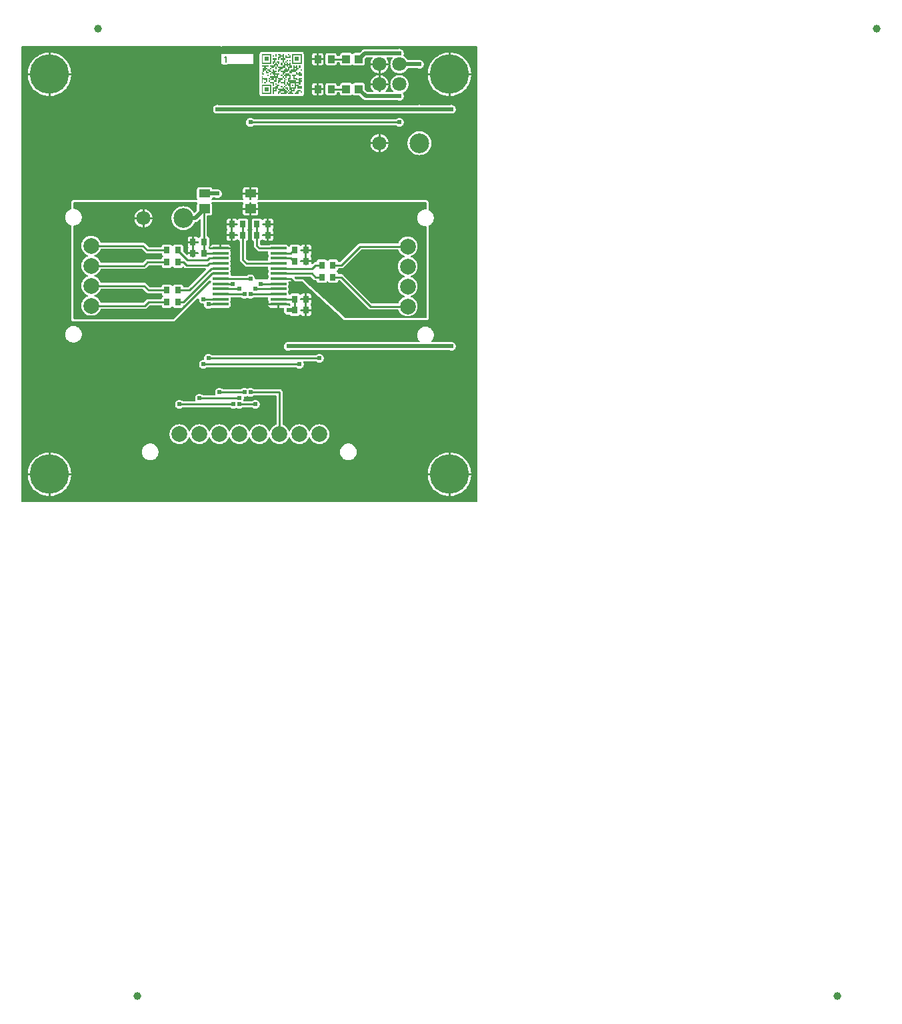
<source format=gtl>
G04 Layer: TopLayer*
G04 Panelize: V-CUT, Column: 2, Row: 2, Board Size: 58.42mm x 58.42mm, Panelized Board Size: 118.84mm x 118.84mm*
G04 EasyEDA v6.5.34, 2023-09-29 09:18:30*
G04 c9dbed2a3e91448aa0af638ac9ff533e,5a6b42c53f6a479593ecc07194224c93,10*
G04 Gerber Generator version 0.2*
G04 Scale: 100 percent, Rotated: No, Reflected: No *
G04 Dimensions in millimeters *
G04 leading zeros omitted , absolute positions ,4 integer and 5 decimal *
%FSLAX45Y45*%
%MOMM*%

%AMMACRO1*21,1,$1,$2,0,0,$3*%
%ADD10C,0.1524*%
%ADD11C,0.5000*%
%ADD12C,0.2540*%
%ADD13R,1.3770X1.1325*%
%ADD14MACRO1,1.377X1.1325X0.0000*%
%ADD15O,2.0999958X0.3999992*%
%ADD16R,0.8000X0.9000*%
%ADD17R,0.8999X1.0000*%
%ADD18R,1.0000X1.1000*%
%ADD19C,1.0000*%
%ADD20C,5.0000*%
%ADD21C,1.8000*%
%ADD22C,2.0000*%
%ADD23C,2.5000*%
%ADD24C,0.6096*%
%ADD25C,0.0127*%

%LPD*%
G36*
X5805932Y25908D02*
G01*
X36068Y26416D01*
X32156Y27178D01*
X28905Y29413D01*
X26670Y32664D01*
X25908Y36576D01*
X25908Y5805932D01*
X26670Y5809843D01*
X28905Y5813094D01*
X32156Y5815330D01*
X36068Y5816092D01*
X2555240Y5816092D01*
X2559151Y5815330D01*
X2562402Y5813094D01*
X2564638Y5809843D01*
X2565400Y5805932D01*
X2566162Y5809843D01*
X2568397Y5813094D01*
X2571648Y5815330D01*
X2575560Y5816092D01*
X3050540Y5816092D01*
X3054451Y5815330D01*
X3057702Y5813094D01*
X3059938Y5809843D01*
X3060700Y5805932D01*
X3061462Y5809843D01*
X3063697Y5813094D01*
X3066948Y5815330D01*
X3070860Y5816092D01*
X5805932Y5816092D01*
X5809843Y5815330D01*
X5813094Y5813094D01*
X5815330Y5809843D01*
X5816092Y5805932D01*
X5816092Y36068D01*
X5815330Y32207D01*
X5813094Y28905D01*
X5809843Y26670D01*
G37*

%LPC*%
G36*
X5448300Y5185613D02*
G01*
X5448300Y5448300D01*
X5185410Y5448300D01*
X5187289Y5426405D01*
X5191150Y5403646D01*
X5196890Y5381244D01*
X5204460Y5359450D01*
X5213858Y5338318D01*
X5224983Y5318099D01*
X5237784Y5298846D01*
X5252161Y5280710D01*
X5267960Y5263896D01*
X5285130Y5248402D01*
X5303520Y5234432D01*
X5323027Y5222087D01*
X5343499Y5211368D01*
X5364835Y5202428D01*
X5386781Y5195265D01*
X5409285Y5189982D01*
X5432145Y5186629D01*
G37*
G36*
X5448300Y105613D02*
G01*
X5448300Y368300D01*
X5185410Y368300D01*
X5187289Y346405D01*
X5191150Y323646D01*
X5196890Y301244D01*
X5204460Y279450D01*
X5213858Y258317D01*
X5224983Y238099D01*
X5237784Y218846D01*
X5252161Y200710D01*
X5267960Y183896D01*
X5285130Y168402D01*
X5303520Y154432D01*
X5323027Y142087D01*
X5343499Y131368D01*
X5364835Y122428D01*
X5386781Y115265D01*
X5409285Y109982D01*
X5432145Y106629D01*
G37*
G36*
X368300Y105613D02*
G01*
X368300Y368300D01*
X105410Y368300D01*
X107289Y346405D01*
X111150Y323646D01*
X116890Y301244D01*
X124460Y279450D01*
X133858Y258317D01*
X144983Y238099D01*
X157784Y218846D01*
X172161Y200710D01*
X187960Y183896D01*
X205130Y168402D01*
X223520Y154432D01*
X243027Y142087D01*
X263499Y131368D01*
X284835Y122428D01*
X306781Y115265D01*
X329285Y109982D01*
X352145Y106629D01*
G37*
G36*
X5473700Y393700D02*
G01*
X5736336Y393700D01*
X5735929Y404063D01*
X5733034Y427024D01*
X5728208Y449630D01*
X5721553Y471728D01*
X5713018Y493217D01*
X5702757Y513892D01*
X5690819Y533704D01*
X5677204Y552348D01*
X5662117Y569874D01*
X5645607Y586028D01*
X5627827Y600760D01*
X5608828Y613968D01*
X5588812Y625500D01*
X5567934Y635355D01*
X5546242Y643382D01*
X5523992Y649630D01*
X5501284Y653948D01*
X5478322Y656336D01*
X5473700Y656437D01*
G37*
G36*
X393700Y393700D02*
G01*
X656336Y393700D01*
X655929Y404063D01*
X653034Y427024D01*
X648208Y449630D01*
X641553Y471728D01*
X633018Y493217D01*
X622757Y513892D01*
X610819Y533704D01*
X597204Y552348D01*
X582117Y569874D01*
X565607Y586028D01*
X547827Y600760D01*
X528828Y613968D01*
X508812Y625500D01*
X487934Y635355D01*
X466242Y643382D01*
X443992Y649630D01*
X421284Y653948D01*
X398322Y656336D01*
X393700Y656437D01*
G37*
G36*
X5185410Y393700D02*
G01*
X5448300Y393700D01*
X5448300Y656386D01*
X5432145Y655370D01*
X5409285Y652018D01*
X5386781Y646734D01*
X5364835Y639572D01*
X5343499Y630631D01*
X5323027Y619912D01*
X5303520Y607568D01*
X5285130Y593598D01*
X5267960Y578104D01*
X5252161Y561289D01*
X5237784Y543153D01*
X5224983Y523900D01*
X5213858Y503682D01*
X5204460Y482549D01*
X5196890Y460756D01*
X5191150Y438353D01*
X5187289Y415594D01*
G37*
G36*
X105410Y393700D02*
G01*
X368300Y393700D01*
X368300Y656386D01*
X352145Y655370D01*
X329285Y652018D01*
X306781Y646734D01*
X284835Y639572D01*
X263499Y630631D01*
X243027Y619912D01*
X223520Y607568D01*
X205130Y593598D01*
X187960Y578104D01*
X172161Y561289D01*
X157784Y543153D01*
X144983Y523900D01*
X133858Y503682D01*
X124460Y482549D01*
X116890Y460756D01*
X111150Y438353D01*
X107289Y415594D01*
G37*
G36*
X1660398Y558139D02*
G01*
X1674215Y559003D01*
X1687779Y561746D01*
X1700936Y566166D01*
X1713331Y572312D01*
X1724863Y579983D01*
X1735277Y589127D01*
X1744421Y599541D01*
X1752092Y611073D01*
X1758238Y623468D01*
X1762658Y636625D01*
X1765401Y650189D01*
X1766265Y664006D01*
X1765401Y677824D01*
X1762658Y691388D01*
X1758238Y704545D01*
X1752092Y716940D01*
X1744421Y728472D01*
X1735277Y738886D01*
X1724863Y748030D01*
X1713331Y755700D01*
X1700936Y761847D01*
X1687779Y766267D01*
X1674215Y769010D01*
X1660398Y769874D01*
X1646580Y769010D01*
X1633016Y766267D01*
X1619859Y761847D01*
X1607464Y755700D01*
X1595932Y748030D01*
X1585518Y738886D01*
X1576374Y728472D01*
X1568704Y716940D01*
X1562557Y704545D01*
X1558137Y691388D01*
X1555394Y677824D01*
X1554530Y664006D01*
X1555394Y650189D01*
X1558137Y636625D01*
X1562557Y623468D01*
X1568704Y611073D01*
X1576374Y599541D01*
X1585518Y589127D01*
X1595932Y579983D01*
X1607464Y572312D01*
X1619859Y566166D01*
X1633016Y561746D01*
X1646580Y559003D01*
G37*
G36*
X4176420Y558139D02*
G01*
X4190237Y559003D01*
X4203801Y561746D01*
X4216908Y566166D01*
X4229354Y572312D01*
X4240834Y579983D01*
X4251248Y589127D01*
X4260392Y599541D01*
X4268114Y611073D01*
X4274210Y623468D01*
X4278680Y636625D01*
X4281373Y650189D01*
X4282287Y664006D01*
X4281373Y677824D01*
X4278680Y691388D01*
X4274210Y704545D01*
X4268114Y716940D01*
X4260392Y728472D01*
X4251248Y738886D01*
X4240834Y748030D01*
X4229354Y755700D01*
X4216908Y761847D01*
X4203801Y766267D01*
X4190237Y769010D01*
X4176420Y769874D01*
X4162551Y769010D01*
X4148988Y766267D01*
X4135882Y761847D01*
X4123436Y755700D01*
X4111955Y748030D01*
X4101541Y738886D01*
X4092397Y728472D01*
X4084675Y716940D01*
X4078579Y704545D01*
X4074109Y691388D01*
X4071416Y677824D01*
X4070502Y664006D01*
X4071416Y650189D01*
X4074109Y636625D01*
X4078579Y623468D01*
X4084675Y611073D01*
X4092397Y599541D01*
X4101541Y589127D01*
X4111955Y579983D01*
X4123436Y572312D01*
X4135882Y566166D01*
X4148988Y561746D01*
X4162551Y559003D01*
G37*
G36*
X2032000Y763117D02*
G01*
X2047189Y764032D01*
X2062124Y766775D01*
X2076653Y771296D01*
X2090521Y777544D01*
X2103526Y785418D01*
X2115464Y794766D01*
X2126234Y805535D01*
X2135581Y817473D01*
X2143455Y830478D01*
X2149754Y844397D01*
X2151938Y847598D01*
X2155190Y849680D01*
X2159000Y850392D01*
X2162810Y849680D01*
X2166061Y847598D01*
X2168245Y844397D01*
X2174544Y830478D01*
X2182418Y817473D01*
X2191766Y805535D01*
X2202535Y794766D01*
X2214473Y785418D01*
X2227478Y777544D01*
X2241346Y771296D01*
X2255875Y766775D01*
X2270810Y764032D01*
X2286000Y763117D01*
X2301189Y764032D01*
X2316124Y766775D01*
X2330653Y771296D01*
X2344521Y777544D01*
X2357526Y785418D01*
X2369464Y794766D01*
X2380234Y805535D01*
X2389581Y817473D01*
X2397455Y830478D01*
X2403754Y844397D01*
X2405938Y847598D01*
X2409190Y849680D01*
X2413000Y850392D01*
X2416810Y849680D01*
X2420061Y847598D01*
X2422245Y844397D01*
X2428544Y830478D01*
X2436418Y817473D01*
X2445766Y805535D01*
X2456535Y794766D01*
X2468473Y785418D01*
X2481478Y777544D01*
X2495346Y771296D01*
X2509875Y766775D01*
X2524810Y764032D01*
X2540000Y763117D01*
X2555189Y764032D01*
X2570124Y766775D01*
X2584653Y771296D01*
X2598521Y777544D01*
X2611526Y785418D01*
X2623464Y794766D01*
X2634234Y805535D01*
X2643581Y817473D01*
X2651455Y830478D01*
X2657754Y844397D01*
X2659938Y847598D01*
X2663190Y849680D01*
X2667000Y850392D01*
X2670810Y849680D01*
X2674061Y847598D01*
X2676245Y844397D01*
X2682544Y830478D01*
X2690418Y817473D01*
X2699766Y805535D01*
X2710535Y794766D01*
X2722473Y785418D01*
X2735478Y777544D01*
X2749346Y771296D01*
X2763875Y766775D01*
X2778810Y764032D01*
X2794000Y763117D01*
X2809189Y764032D01*
X2824124Y766775D01*
X2838653Y771296D01*
X2852521Y777544D01*
X2865526Y785418D01*
X2877464Y794766D01*
X2888234Y805535D01*
X2897581Y817473D01*
X2905455Y830478D01*
X2911754Y844397D01*
X2913938Y847598D01*
X2917190Y849680D01*
X2921000Y850392D01*
X2924810Y849680D01*
X2928061Y847598D01*
X2930245Y844397D01*
X2936544Y830478D01*
X2944418Y817473D01*
X2953766Y805535D01*
X2964535Y794766D01*
X2976473Y785418D01*
X2989478Y777544D01*
X3003346Y771296D01*
X3017875Y766775D01*
X3032810Y764032D01*
X3048000Y763117D01*
X3063189Y764032D01*
X3078124Y766775D01*
X3092653Y771296D01*
X3106521Y777544D01*
X3119526Y785418D01*
X3131464Y794766D01*
X3142234Y805535D01*
X3151581Y817473D01*
X3159455Y830478D01*
X3165754Y844397D01*
X3167938Y847598D01*
X3171190Y849680D01*
X3175000Y850392D01*
X3178810Y849680D01*
X3182061Y847598D01*
X3184245Y844397D01*
X3190544Y830478D01*
X3198418Y817473D01*
X3207766Y805535D01*
X3218535Y794766D01*
X3230473Y785418D01*
X3243478Y777544D01*
X3257346Y771296D01*
X3271875Y766775D01*
X3286810Y764032D01*
X3302000Y763117D01*
X3317189Y764032D01*
X3332124Y766775D01*
X3346653Y771296D01*
X3360521Y777544D01*
X3373526Y785418D01*
X3385464Y794766D01*
X3396234Y805535D01*
X3405581Y817473D01*
X3413455Y830478D01*
X3419754Y844397D01*
X3421938Y847598D01*
X3425190Y849680D01*
X3429000Y850392D01*
X3432810Y849680D01*
X3436061Y847598D01*
X3438245Y844397D01*
X3444544Y830478D01*
X3452418Y817473D01*
X3461765Y805535D01*
X3472535Y794766D01*
X3484473Y785418D01*
X3497478Y777544D01*
X3511346Y771296D01*
X3525875Y766775D01*
X3540810Y764032D01*
X3556000Y763117D01*
X3571189Y764032D01*
X3586124Y766775D01*
X3600653Y771296D01*
X3614521Y777544D01*
X3627526Y785418D01*
X3639464Y794766D01*
X3650234Y805535D01*
X3659581Y817473D01*
X3667455Y830478D01*
X3673754Y844397D01*
X3675938Y847598D01*
X3679190Y849680D01*
X3683000Y850392D01*
X3686810Y849680D01*
X3690061Y847598D01*
X3692245Y844397D01*
X3698544Y830478D01*
X3706418Y817473D01*
X3715765Y805535D01*
X3726535Y794766D01*
X3738473Y785418D01*
X3751478Y777544D01*
X3765346Y771296D01*
X3779875Y766775D01*
X3794810Y764032D01*
X3810000Y763117D01*
X3825189Y764032D01*
X3840124Y766775D01*
X3854653Y771296D01*
X3868521Y777544D01*
X3881526Y785418D01*
X3893464Y794766D01*
X3904234Y805535D01*
X3913581Y817473D01*
X3921455Y830478D01*
X3927703Y844346D01*
X3932224Y858875D01*
X3934968Y873810D01*
X3935882Y889000D01*
X3934968Y904189D01*
X3932224Y919124D01*
X3927703Y933653D01*
X3921455Y947521D01*
X3913581Y960526D01*
X3904234Y972464D01*
X3893464Y983234D01*
X3881526Y992581D01*
X3868521Y1000455D01*
X3854653Y1006703D01*
X3840124Y1011224D01*
X3825189Y1013968D01*
X3810000Y1014882D01*
X3794810Y1013968D01*
X3779875Y1011224D01*
X3765346Y1006703D01*
X3751478Y1000455D01*
X3738473Y992581D01*
X3726535Y983234D01*
X3715765Y972464D01*
X3706418Y960526D01*
X3698544Y947521D01*
X3692245Y933602D01*
X3690061Y930402D01*
X3686810Y928319D01*
X3683000Y927608D01*
X3679190Y928319D01*
X3675938Y930402D01*
X3673754Y933602D01*
X3667455Y947521D01*
X3659581Y960526D01*
X3650234Y972464D01*
X3639464Y983234D01*
X3627526Y992581D01*
X3614521Y1000455D01*
X3600653Y1006703D01*
X3586124Y1011224D01*
X3571189Y1013968D01*
X3556000Y1014882D01*
X3540810Y1013968D01*
X3525875Y1011224D01*
X3511346Y1006703D01*
X3497478Y1000455D01*
X3484473Y992581D01*
X3472535Y983234D01*
X3461765Y972464D01*
X3452418Y960526D01*
X3444544Y947521D01*
X3438245Y933602D01*
X3436061Y930402D01*
X3432810Y928319D01*
X3429000Y927608D01*
X3425190Y928319D01*
X3421938Y930402D01*
X3419754Y933602D01*
X3413455Y947521D01*
X3405581Y960526D01*
X3396234Y972464D01*
X3385464Y983234D01*
X3373526Y992581D01*
X3360521Y1000455D01*
X3346602Y1006703D01*
X3343452Y1008938D01*
X3341319Y1012190D01*
X3340608Y1016000D01*
X3340608Y1421892D01*
X3339795Y1429918D01*
X3337610Y1437132D01*
X3334054Y1443837D01*
X3329279Y1449679D01*
X3323437Y1454454D01*
X3316732Y1458010D01*
X3309518Y1460195D01*
X3301492Y1461008D01*
X2978708Y1461008D01*
X2974797Y1461770D01*
X2971495Y1464005D01*
X2969920Y1465580D01*
X2961894Y1471218D01*
X2952953Y1475333D01*
X2943504Y1477873D01*
X2933700Y1478737D01*
X2923895Y1477873D01*
X2914446Y1475333D01*
X2905506Y1471218D01*
X2901442Y1468323D01*
X2897632Y1466697D01*
X2893568Y1466697D01*
X2889758Y1468323D01*
X2885694Y1471218D01*
X2876753Y1475333D01*
X2867304Y1477873D01*
X2857500Y1478737D01*
X2847695Y1477873D01*
X2838246Y1475333D01*
X2829306Y1471218D01*
X2821279Y1465580D01*
X2819704Y1464005D01*
X2816402Y1461770D01*
X2812491Y1461008D01*
X2585008Y1461008D01*
X2581097Y1461770D01*
X2577795Y1464005D01*
X2576220Y1465580D01*
X2568194Y1471218D01*
X2559253Y1475333D01*
X2549804Y1477873D01*
X2540000Y1478737D01*
X2530195Y1477873D01*
X2520746Y1475333D01*
X2511806Y1471218D01*
X2503779Y1465580D01*
X2496820Y1458620D01*
X2491181Y1450594D01*
X2487066Y1441653D01*
X2484526Y1432204D01*
X2483662Y1422400D01*
X2484526Y1412595D01*
X2487066Y1403146D01*
X2488844Y1399286D01*
X2489809Y1395323D01*
X2489149Y1391310D01*
X2486964Y1387906D01*
X2483612Y1385620D01*
X2479649Y1384808D01*
X2331008Y1384808D01*
X2327097Y1385570D01*
X2323795Y1387805D01*
X2322220Y1389380D01*
X2314194Y1395018D01*
X2305253Y1399133D01*
X2295804Y1401673D01*
X2286000Y1402537D01*
X2276195Y1401673D01*
X2266746Y1399133D01*
X2257806Y1395018D01*
X2249779Y1389380D01*
X2242820Y1382420D01*
X2237181Y1374394D01*
X2233066Y1365453D01*
X2230526Y1356004D01*
X2229662Y1346200D01*
X2230526Y1336395D01*
X2233066Y1326946D01*
X2234844Y1323086D01*
X2235809Y1319123D01*
X2235149Y1315110D01*
X2232964Y1311706D01*
X2229612Y1309420D01*
X2225649Y1308608D01*
X2077008Y1308608D01*
X2073097Y1309370D01*
X2069795Y1311605D01*
X2068220Y1313180D01*
X2060193Y1318818D01*
X2051253Y1322933D01*
X2041804Y1325473D01*
X2032000Y1326337D01*
X2022195Y1325473D01*
X2012746Y1322933D01*
X2003806Y1318818D01*
X1995779Y1313180D01*
X1988820Y1306220D01*
X1983181Y1298194D01*
X1979066Y1289253D01*
X1976526Y1279804D01*
X1975662Y1270000D01*
X1976526Y1260195D01*
X1979066Y1250746D01*
X1983181Y1241806D01*
X1988820Y1233779D01*
X1995779Y1226820D01*
X2003806Y1221181D01*
X2012746Y1217066D01*
X2022195Y1214526D01*
X2032000Y1213662D01*
X2041804Y1214526D01*
X2051253Y1217066D01*
X2060193Y1221181D01*
X2068220Y1226820D01*
X2069795Y1228394D01*
X2073097Y1230630D01*
X2077008Y1231392D01*
X2672791Y1231392D01*
X2676702Y1230630D01*
X2680004Y1228394D01*
X2681579Y1226820D01*
X2689606Y1221181D01*
X2698546Y1217066D01*
X2707995Y1214526D01*
X2717800Y1213662D01*
X2727604Y1214526D01*
X2737053Y1217066D01*
X2745994Y1221181D01*
X2750058Y1224076D01*
X2753868Y1225702D01*
X2757932Y1225702D01*
X2761742Y1224076D01*
X2765806Y1221181D01*
X2774746Y1217066D01*
X2784195Y1214526D01*
X2794000Y1213662D01*
X2803804Y1214526D01*
X2813253Y1217066D01*
X2822194Y1221181D01*
X2830220Y1226820D01*
X2831795Y1228394D01*
X2835097Y1230630D01*
X2839008Y1231392D01*
X2952191Y1231392D01*
X2956102Y1230630D01*
X2959404Y1228394D01*
X2960979Y1226820D01*
X2969006Y1221181D01*
X2977946Y1217066D01*
X2987395Y1214526D01*
X2997200Y1213662D01*
X3007004Y1214526D01*
X3016453Y1217066D01*
X3025394Y1221181D01*
X3033420Y1226820D01*
X3040380Y1233779D01*
X3046018Y1241806D01*
X3050133Y1250746D01*
X3052673Y1260195D01*
X3053537Y1270000D01*
X3052673Y1279804D01*
X3050133Y1289253D01*
X3046018Y1298194D01*
X3040380Y1306220D01*
X3033420Y1313180D01*
X3025394Y1318818D01*
X3016453Y1322933D01*
X3007004Y1325473D01*
X2997200Y1326337D01*
X2987395Y1325473D01*
X2977946Y1322933D01*
X2969006Y1318818D01*
X2960979Y1313180D01*
X2959404Y1311605D01*
X2956102Y1309370D01*
X2952191Y1308608D01*
X2854350Y1308608D01*
X2850388Y1309420D01*
X2847035Y1311706D01*
X2844850Y1315110D01*
X2844190Y1319123D01*
X2845155Y1323086D01*
X2846933Y1326946D01*
X2849473Y1336395D01*
X2850337Y1346200D01*
X2849575Y1355140D01*
X2849981Y1359103D01*
X2851912Y1362557D01*
X2855010Y1365046D01*
X2858820Y1366164D01*
X2867304Y1366926D01*
X2876753Y1369466D01*
X2885694Y1373581D01*
X2889758Y1376476D01*
X2893568Y1378102D01*
X2897632Y1378102D01*
X2901442Y1376476D01*
X2905506Y1373581D01*
X2914446Y1369466D01*
X2923895Y1366926D01*
X2933700Y1366062D01*
X2943504Y1366926D01*
X2952953Y1369466D01*
X2961894Y1373581D01*
X2969920Y1379220D01*
X2971495Y1380794D01*
X2974797Y1383030D01*
X2978708Y1383792D01*
X3253232Y1383792D01*
X3257143Y1383030D01*
X3260394Y1380794D01*
X3262629Y1377543D01*
X3263392Y1373632D01*
X3263392Y1016000D01*
X3262680Y1012190D01*
X3260547Y1008938D01*
X3257397Y1006703D01*
X3243478Y1000455D01*
X3230473Y992581D01*
X3218535Y983234D01*
X3207766Y972464D01*
X3198418Y960526D01*
X3190544Y947521D01*
X3184245Y933602D01*
X3182061Y930402D01*
X3178810Y928319D01*
X3175000Y927608D01*
X3171190Y928319D01*
X3167938Y930402D01*
X3165754Y933602D01*
X3159455Y947521D01*
X3151581Y960526D01*
X3142234Y972464D01*
X3131464Y983234D01*
X3119526Y992581D01*
X3106521Y1000455D01*
X3092653Y1006703D01*
X3078124Y1011224D01*
X3063189Y1013968D01*
X3048000Y1014882D01*
X3032810Y1013968D01*
X3017875Y1011224D01*
X3003346Y1006703D01*
X2989478Y1000455D01*
X2976473Y992581D01*
X2964535Y983234D01*
X2953766Y972464D01*
X2944418Y960526D01*
X2936544Y947521D01*
X2930245Y933602D01*
X2928061Y930402D01*
X2924810Y928319D01*
X2921000Y927608D01*
X2917190Y928319D01*
X2913938Y930402D01*
X2911754Y933602D01*
X2905455Y947521D01*
X2897581Y960526D01*
X2888234Y972464D01*
X2877464Y983234D01*
X2865526Y992581D01*
X2852521Y1000455D01*
X2838653Y1006703D01*
X2824124Y1011224D01*
X2809189Y1013968D01*
X2794000Y1014882D01*
X2778810Y1013968D01*
X2763875Y1011224D01*
X2749346Y1006703D01*
X2735478Y1000455D01*
X2722473Y992581D01*
X2710535Y983234D01*
X2699766Y972464D01*
X2690418Y960526D01*
X2682544Y947521D01*
X2676245Y933602D01*
X2674061Y930402D01*
X2670810Y928319D01*
X2667000Y927608D01*
X2663190Y928319D01*
X2659938Y930402D01*
X2657754Y933602D01*
X2651455Y947521D01*
X2643581Y960526D01*
X2634234Y972464D01*
X2623464Y983234D01*
X2611526Y992581D01*
X2598521Y1000455D01*
X2584653Y1006703D01*
X2570124Y1011224D01*
X2555189Y1013968D01*
X2540000Y1014882D01*
X2524810Y1013968D01*
X2509875Y1011224D01*
X2495346Y1006703D01*
X2481478Y1000455D01*
X2468473Y992581D01*
X2456535Y983234D01*
X2445766Y972464D01*
X2436418Y960526D01*
X2428544Y947521D01*
X2422245Y933602D01*
X2420061Y930402D01*
X2416810Y928319D01*
X2413000Y927608D01*
X2409190Y928319D01*
X2405938Y930402D01*
X2403754Y933602D01*
X2397455Y947521D01*
X2389581Y960526D01*
X2380234Y972464D01*
X2369464Y983234D01*
X2357526Y992581D01*
X2344521Y1000455D01*
X2330653Y1006703D01*
X2316124Y1011224D01*
X2301189Y1013968D01*
X2286000Y1014882D01*
X2270810Y1013968D01*
X2255875Y1011224D01*
X2241346Y1006703D01*
X2227478Y1000455D01*
X2214473Y992581D01*
X2202535Y983234D01*
X2191766Y972464D01*
X2182418Y960526D01*
X2174544Y947521D01*
X2168245Y933602D01*
X2166061Y930402D01*
X2162810Y928319D01*
X2159000Y927608D01*
X2155190Y928319D01*
X2151938Y930402D01*
X2149754Y933602D01*
X2143455Y947521D01*
X2135581Y960526D01*
X2126234Y972464D01*
X2115464Y983234D01*
X2103526Y992581D01*
X2090521Y1000455D01*
X2076653Y1006703D01*
X2062124Y1011224D01*
X2047189Y1013968D01*
X2032000Y1014882D01*
X2016810Y1013968D01*
X2001875Y1011224D01*
X1987346Y1006703D01*
X1973478Y1000455D01*
X1960473Y992581D01*
X1948535Y983234D01*
X1937766Y972464D01*
X1928418Y960526D01*
X1920544Y947521D01*
X1914296Y933653D01*
X1909775Y919124D01*
X1907032Y904189D01*
X1906117Y889000D01*
X1907032Y873810D01*
X1909775Y858875D01*
X1914296Y844346D01*
X1920544Y830478D01*
X1928418Y817473D01*
X1937766Y805535D01*
X1948535Y794766D01*
X1960473Y785418D01*
X1973478Y777544D01*
X1987346Y771296D01*
X2001875Y766775D01*
X2016810Y764032D01*
G37*
G36*
X3717594Y5664200D02*
G01*
X3775811Y5664200D01*
X3775811Y5727395D01*
X3744061Y5727395D01*
X3737762Y5726684D01*
X3732276Y5724804D01*
X3727399Y5721705D01*
X3723284Y5717590D01*
X3720185Y5712714D01*
X3718306Y5707227D01*
X3717594Y5700928D01*
G37*
G36*
X3801211Y5664200D02*
G01*
X3859377Y5664200D01*
X3859377Y5700928D01*
X3858666Y5707227D01*
X3856786Y5712714D01*
X3853687Y5717590D01*
X3849573Y5721705D01*
X3844696Y5724804D01*
X3839210Y5726684D01*
X3832910Y5727395D01*
X3801211Y5727395D01*
G37*
G36*
X2596438Y5583682D02*
G01*
X2626563Y5583682D01*
X2632862Y5584393D01*
X2641142Y5587593D01*
X2643936Y5588000D01*
X2970784Y5588000D01*
X2971800Y5589016D01*
X2971800Y5713984D01*
X2970784Y5715000D01*
X2639822Y5715000D01*
X2636469Y5715558D01*
X2632862Y5716828D01*
X2626563Y5717540D01*
X2596438Y5717540D01*
X2590139Y5716828D01*
X2586532Y5715558D01*
X2583180Y5715000D01*
X2575560Y5715000D01*
X2571648Y5715762D01*
X2568397Y5717997D01*
X2566162Y5721248D01*
X2565400Y5725160D01*
X2565400Y5589016D01*
X2566416Y5588000D01*
X2579065Y5588000D01*
X2581859Y5587593D01*
X2584653Y5586323D01*
X2590139Y5584393D01*
G37*
G36*
X3744061Y5575604D02*
G01*
X3775811Y5575604D01*
X3775811Y5638800D01*
X3717594Y5638800D01*
X3717594Y5602071D01*
X3718306Y5595721D01*
X3720185Y5590286D01*
X3723284Y5585358D01*
X3727399Y5581294D01*
X3732276Y5578195D01*
X3737762Y5576316D01*
G37*
G36*
X3801211Y5575604D02*
G01*
X3832910Y5575604D01*
X3839210Y5576316D01*
X3844696Y5578195D01*
X3849573Y5581294D01*
X3853687Y5585358D01*
X3856786Y5590286D01*
X3858666Y5595721D01*
X3859377Y5602071D01*
X3859377Y5638800D01*
X3801211Y5638800D01*
G37*
G36*
X105410Y5473700D02*
G01*
X368300Y5473700D01*
X368300Y5736386D01*
X352145Y5735370D01*
X329285Y5732018D01*
X306781Y5726734D01*
X284835Y5719572D01*
X263499Y5710631D01*
X243027Y5699912D01*
X223520Y5687568D01*
X205130Y5673598D01*
X187960Y5658104D01*
X172161Y5641289D01*
X157784Y5623153D01*
X144983Y5603900D01*
X133858Y5583682D01*
X124460Y5562549D01*
X116890Y5540756D01*
X111150Y5518353D01*
X107289Y5495594D01*
G37*
G36*
X5185410Y5473700D02*
G01*
X5448300Y5473700D01*
X5448300Y5736386D01*
X5432145Y5735370D01*
X5409285Y5732018D01*
X5386781Y5726734D01*
X5364835Y5719572D01*
X5343499Y5710631D01*
X5323027Y5699912D01*
X5303520Y5687568D01*
X5285130Y5673598D01*
X5267960Y5658104D01*
X5252161Y5641289D01*
X5237784Y5623153D01*
X5224983Y5603900D01*
X5213858Y5583682D01*
X5204460Y5562549D01*
X5196890Y5540756D01*
X5191150Y5518353D01*
X5187289Y5495594D01*
G37*
G36*
X5473700Y5473700D02*
G01*
X5736336Y5473700D01*
X5735929Y5484063D01*
X5733034Y5507024D01*
X5728208Y5529630D01*
X5721553Y5551728D01*
X5713018Y5573217D01*
X5702757Y5593892D01*
X5690819Y5613704D01*
X5677204Y5632348D01*
X5662117Y5649874D01*
X5645607Y5666028D01*
X5627827Y5680760D01*
X5608828Y5693968D01*
X5588812Y5705500D01*
X5567934Y5715355D01*
X5546242Y5723382D01*
X5523992Y5729630D01*
X5501284Y5733948D01*
X5478322Y5736336D01*
X5473700Y5736437D01*
G37*
G36*
X393700Y5473700D02*
G01*
X656336Y5473700D01*
X655929Y5484063D01*
X653034Y5507024D01*
X648208Y5529630D01*
X641553Y5551728D01*
X633018Y5573217D01*
X622757Y5593892D01*
X610819Y5613704D01*
X597204Y5632348D01*
X582117Y5649874D01*
X565607Y5666028D01*
X547827Y5680760D01*
X528828Y5693968D01*
X508812Y5705500D01*
X487934Y5715355D01*
X466242Y5723382D01*
X443992Y5729630D01*
X421284Y5733948D01*
X398322Y5736336D01*
X393700Y5736437D01*
G37*
G36*
X4584700Y5473039D02*
G01*
X4593691Y5474157D01*
X4607814Y5477764D01*
X4621326Y5483148D01*
X4634077Y5490159D01*
X4645863Y5498693D01*
X4656480Y5508650D01*
X4665776Y5519877D01*
X4673549Y5532170D01*
X4679746Y5545328D01*
X4684268Y5559196D01*
X4686960Y5573471D01*
X4687112Y5575300D01*
X4584700Y5575300D01*
G37*
G36*
X4559300Y5473039D02*
G01*
X4559300Y5575300D01*
X4456887Y5575300D01*
X4457039Y5573471D01*
X4459732Y5559196D01*
X4464253Y5545328D01*
X4470450Y5532170D01*
X4478223Y5519877D01*
X4487519Y5508650D01*
X4498136Y5498693D01*
X4509922Y5490159D01*
X4522673Y5483148D01*
X4536186Y5477764D01*
X4550308Y5474157D01*
G37*
G36*
X4818735Y5472328D02*
G01*
X4833264Y5472328D01*
X4847691Y5474157D01*
X4861814Y5477764D01*
X4875326Y5483148D01*
X4888077Y5490159D01*
X4899863Y5498693D01*
X4910480Y5508650D01*
X4919776Y5519877D01*
X4927701Y5532374D01*
X4929936Y5534914D01*
X4932934Y5536539D01*
X4936286Y5537098D01*
X5054092Y5537098D01*
X5058410Y5536133D01*
X5060746Y5535066D01*
X5070195Y5532526D01*
X5080000Y5531662D01*
X5089804Y5532526D01*
X5099253Y5535066D01*
X5108194Y5539181D01*
X5116220Y5544820D01*
X5123180Y5551779D01*
X5128818Y5559806D01*
X5132933Y5568746D01*
X5135473Y5578195D01*
X5136337Y5588000D01*
X5135473Y5597804D01*
X5132933Y5607253D01*
X5128818Y5616194D01*
X5123180Y5624220D01*
X5116220Y5631180D01*
X5108194Y5636818D01*
X5099253Y5640933D01*
X5089804Y5643473D01*
X5080000Y5644337D01*
X5070195Y5643473D01*
X5060746Y5640933D01*
X5058410Y5639866D01*
X5054092Y5638901D01*
X4936286Y5638901D01*
X4932934Y5639460D01*
X4929936Y5641086D01*
X4927701Y5643626D01*
X4919776Y5656122D01*
X4910480Y5667349D01*
X4899863Y5677306D01*
X4888077Y5685840D01*
X4880762Y5689854D01*
X4877816Y5692292D01*
X4875987Y5695645D01*
X4875530Y5699404D01*
X4876444Y5703062D01*
X4878933Y5708446D01*
X4881473Y5717895D01*
X4882337Y5727700D01*
X4881473Y5737504D01*
X4878933Y5746953D01*
X4874818Y5755894D01*
X4869180Y5763920D01*
X4862220Y5770880D01*
X4854194Y5776518D01*
X4845253Y5780633D01*
X4835804Y5783173D01*
X4826000Y5784037D01*
X4816195Y5783173D01*
X4806746Y5780633D01*
X4804410Y5779566D01*
X4800092Y5778601D01*
X4385513Y5778601D01*
X4380839Y5778398D01*
X4376420Y5777839D01*
X4372102Y5776874D01*
X4367885Y5775553D01*
X4363770Y5773826D01*
X4359808Y5771794D01*
X4356100Y5769406D01*
X4352544Y5766714D01*
X4349140Y5763564D01*
X4320946Y5735370D01*
X4317695Y5733186D01*
X4313783Y5732424D01*
X4259681Y5732424D01*
X4253331Y5731713D01*
X4247896Y5729782D01*
X4242968Y5726684D01*
X4238904Y5722620D01*
X4237685Y5720740D01*
X4234891Y5717794D01*
X4231132Y5716168D01*
X4227068Y5716168D01*
X4223308Y5717794D01*
X4220514Y5720740D01*
X4219295Y5722620D01*
X4215231Y5726684D01*
X4210304Y5729782D01*
X4204868Y5731713D01*
X4198518Y5732424D01*
X4099661Y5732424D01*
X4093362Y5731713D01*
X4087876Y5729782D01*
X4082999Y5726684D01*
X4078884Y5722620D01*
X4075836Y5717692D01*
X4073906Y5712256D01*
X4073194Y5705906D01*
X4073194Y5700268D01*
X4072432Y5696356D01*
X4070197Y5693105D01*
X4066895Y5690870D01*
X4063034Y5690108D01*
X4039565Y5690108D01*
X4035907Y5690768D01*
X4032707Y5692749D01*
X4030472Y5695696D01*
X4029456Y5699302D01*
X4028643Y5707329D01*
X4026763Y5712714D01*
X4023664Y5717590D01*
X4019600Y5721705D01*
X4014673Y5724804D01*
X4009237Y5726684D01*
X4002887Y5727395D01*
X3914038Y5727395D01*
X3907739Y5726684D01*
X3902252Y5724804D01*
X3897376Y5721705D01*
X3893261Y5717590D01*
X3890213Y5712714D01*
X3888282Y5707227D01*
X3887571Y5700928D01*
X3887571Y5602071D01*
X3888282Y5595721D01*
X3890213Y5590286D01*
X3893261Y5585358D01*
X3897376Y5581294D01*
X3902252Y5578195D01*
X3907739Y5576316D01*
X3914038Y5575604D01*
X4002887Y5575604D01*
X4009237Y5576316D01*
X4014673Y5578195D01*
X4019600Y5581294D01*
X4023664Y5585358D01*
X4026763Y5590286D01*
X4028643Y5595670D01*
X4029456Y5603697D01*
X4030472Y5607304D01*
X4032707Y5610250D01*
X4035907Y5612231D01*
X4039565Y5612892D01*
X4063034Y5612892D01*
X4066895Y5612130D01*
X4070197Y5609894D01*
X4072432Y5606643D01*
X4073194Y5602732D01*
X4073194Y5597093D01*
X4073906Y5590743D01*
X4075836Y5585307D01*
X4078884Y5580380D01*
X4082999Y5576316D01*
X4087876Y5573217D01*
X4093362Y5571286D01*
X4099661Y5570575D01*
X4198518Y5570575D01*
X4204868Y5571286D01*
X4210304Y5573217D01*
X4215231Y5576316D01*
X4219295Y5580380D01*
X4220514Y5582259D01*
X4223308Y5585206D01*
X4227068Y5586831D01*
X4231132Y5586831D01*
X4234891Y5585206D01*
X4237685Y5582259D01*
X4238904Y5580380D01*
X4242968Y5576316D01*
X4247896Y5573217D01*
X4253331Y5571286D01*
X4259681Y5570575D01*
X4358538Y5570575D01*
X4364837Y5571286D01*
X4370324Y5573217D01*
X4375200Y5576316D01*
X4379315Y5580380D01*
X4382363Y5585307D01*
X4384294Y5590743D01*
X4385005Y5597093D01*
X4385005Y5651195D01*
X4385767Y5655106D01*
X4387951Y5658408D01*
X4403394Y5673801D01*
X4406696Y5676036D01*
X4410557Y5676798D01*
X4473752Y5676798D01*
X4477512Y5676087D01*
X4480712Y5674055D01*
X4482947Y5670956D01*
X4483912Y5667248D01*
X4483404Y5663488D01*
X4481576Y5660136D01*
X4478223Y5656122D01*
X4470450Y5643829D01*
X4464253Y5630672D01*
X4459732Y5616803D01*
X4457039Y5602528D01*
X4456887Y5600700D01*
X4559300Y5600700D01*
X4559300Y5666638D01*
X4560062Y5670499D01*
X4562297Y5673801D01*
X4565548Y5676036D01*
X4569460Y5676798D01*
X4574540Y5676798D01*
X4578451Y5676036D01*
X4581702Y5673801D01*
X4583938Y5670499D01*
X4584700Y5666638D01*
X4584700Y5600700D01*
X4687112Y5600700D01*
X4686960Y5602528D01*
X4684268Y5616803D01*
X4679746Y5630672D01*
X4673549Y5643829D01*
X4665776Y5656122D01*
X4662424Y5660136D01*
X4660595Y5663488D01*
X4660087Y5667248D01*
X4661052Y5670956D01*
X4663287Y5674055D01*
X4666488Y5676087D01*
X4670247Y5676798D01*
X4727752Y5676798D01*
X4731512Y5676087D01*
X4734712Y5674055D01*
X4736947Y5670956D01*
X4737912Y5667248D01*
X4737404Y5663488D01*
X4735576Y5660136D01*
X4732223Y5656122D01*
X4724450Y5643829D01*
X4718253Y5630672D01*
X4713732Y5616803D01*
X4711039Y5602528D01*
X4710125Y5588000D01*
X4711039Y5573471D01*
X4713732Y5559196D01*
X4718253Y5545328D01*
X4724450Y5532170D01*
X4732223Y5519877D01*
X4741519Y5508650D01*
X4752136Y5498693D01*
X4763922Y5490159D01*
X4776673Y5483148D01*
X4790186Y5477764D01*
X4804308Y5474157D01*
G37*
G36*
X4456887Y5346700D02*
G01*
X4559300Y5346700D01*
X4559300Y5448960D01*
X4550308Y5447842D01*
X4536186Y5444236D01*
X4522673Y5438851D01*
X4509922Y5431840D01*
X4498136Y5423306D01*
X4487519Y5413349D01*
X4478223Y5402122D01*
X4470450Y5389829D01*
X4464253Y5376672D01*
X4459732Y5362803D01*
X4457039Y5348528D01*
G37*
G36*
X4584700Y5346700D02*
G01*
X4687112Y5346700D01*
X4686960Y5348528D01*
X4684268Y5362803D01*
X4679746Y5376672D01*
X4673549Y5389829D01*
X4665776Y5402122D01*
X4656480Y5413349D01*
X4645863Y5423306D01*
X4634077Y5431840D01*
X4621326Y5438851D01*
X4607814Y5444236D01*
X4593691Y5447842D01*
X4584700Y5448960D01*
G37*
G36*
X3717594Y5283200D02*
G01*
X3775811Y5283200D01*
X3775811Y5346395D01*
X3744061Y5346395D01*
X3737762Y5345684D01*
X3732276Y5343804D01*
X3727399Y5340705D01*
X3723284Y5336590D01*
X3720185Y5331714D01*
X3718306Y5326227D01*
X3717594Y5319928D01*
G37*
G36*
X3801211Y5283200D02*
G01*
X3859377Y5283200D01*
X3859377Y5319928D01*
X3858666Y5326227D01*
X3856786Y5331714D01*
X3853687Y5336590D01*
X3849573Y5340705D01*
X3844696Y5343804D01*
X3839210Y5345684D01*
X3832910Y5346395D01*
X3801211Y5346395D01*
G37*
G36*
X3744061Y5194604D02*
G01*
X3775811Y5194604D01*
X3775811Y5257800D01*
X3717594Y5257800D01*
X3717594Y5221071D01*
X3718306Y5214721D01*
X3720185Y5209286D01*
X3723284Y5204358D01*
X3727399Y5200294D01*
X3732276Y5197195D01*
X3737762Y5195316D01*
G37*
G36*
X3801211Y5194604D02*
G01*
X3832910Y5194604D01*
X3839210Y5195316D01*
X3844696Y5197195D01*
X3849573Y5200294D01*
X3853687Y5204358D01*
X3856786Y5209286D01*
X3858666Y5214721D01*
X3859377Y5221071D01*
X3859377Y5257800D01*
X3801211Y5257800D01*
G37*
G36*
X368300Y5185613D02*
G01*
X368300Y5448300D01*
X105410Y5448300D01*
X107289Y5426405D01*
X111150Y5403646D01*
X116890Y5381244D01*
X124460Y5359450D01*
X133858Y5338318D01*
X144983Y5318099D01*
X157784Y5298846D01*
X172161Y5280710D01*
X187960Y5263896D01*
X205130Y5248402D01*
X223520Y5234432D01*
X243027Y5222087D01*
X263499Y5211368D01*
X284835Y5202428D01*
X306781Y5195265D01*
X329285Y5189982D01*
X352145Y5186629D01*
G37*
G36*
X393700Y105562D02*
G01*
X398322Y105664D01*
X421284Y108051D01*
X443992Y112369D01*
X466242Y118618D01*
X487934Y126644D01*
X508812Y136499D01*
X528828Y148031D01*
X547827Y161239D01*
X565607Y175971D01*
X582117Y192125D01*
X597204Y209600D01*
X610819Y228295D01*
X622757Y248107D01*
X633018Y268782D01*
X641553Y290271D01*
X648208Y312369D01*
X653034Y334975D01*
X655929Y357936D01*
X656336Y368300D01*
X393700Y368300D01*
G37*
G36*
X393700Y5185562D02*
G01*
X398322Y5185664D01*
X421284Y5188051D01*
X443992Y5192369D01*
X466242Y5198618D01*
X487934Y5206644D01*
X508812Y5216499D01*
X528828Y5228031D01*
X547827Y5241239D01*
X565607Y5255971D01*
X582117Y5272125D01*
X597204Y5289600D01*
X610819Y5308295D01*
X622757Y5328107D01*
X633018Y5348782D01*
X641553Y5370271D01*
X648208Y5392369D01*
X653034Y5414975D01*
X655929Y5437936D01*
X656336Y5448300D01*
X393700Y5448300D01*
G37*
G36*
X5473700Y5185562D02*
G01*
X5478322Y5185664D01*
X5501284Y5188051D01*
X5523992Y5192369D01*
X5546242Y5198618D01*
X5567934Y5206644D01*
X5588812Y5216499D01*
X5608828Y5228031D01*
X5627827Y5241239D01*
X5645607Y5255971D01*
X5662117Y5272125D01*
X5677204Y5289600D01*
X5690819Y5308295D01*
X5702757Y5328107D01*
X5713018Y5348782D01*
X5721553Y5370271D01*
X5728208Y5392369D01*
X5733034Y5414975D01*
X5735929Y5437936D01*
X5736336Y5448300D01*
X5473700Y5448300D01*
G37*
G36*
X3076905Y5181092D02*
G01*
X3583787Y5181092D01*
X3590086Y5181803D01*
X3595573Y5183682D01*
X3600450Y5186781D01*
X3604564Y5190896D01*
X3607612Y5195773D01*
X3609543Y5201208D01*
X3610254Y5207558D01*
X3610254Y5714441D01*
X3609543Y5720740D01*
X3607358Y5726938D01*
X3606800Y5730290D01*
X3606800Y5739384D01*
X3605784Y5740400D01*
X3587648Y5740450D01*
X3583787Y5740908D01*
X3076803Y5740908D01*
X3071774Y5740450D01*
X3067608Y5740908D01*
X3064002Y5743041D01*
X3061563Y5746445D01*
X3060700Y5750560D01*
X3060700Y5739892D01*
X3059938Y5735980D01*
X3057702Y5732678D01*
X3056128Y5731103D01*
X3053080Y5726226D01*
X3051149Y5720740D01*
X3050438Y5714441D01*
X3050438Y5207558D01*
X3051149Y5201208D01*
X3053080Y5195773D01*
X3056128Y5190896D01*
X3060242Y5186781D01*
X3065119Y5183682D01*
X3070606Y5181803D01*
G37*
G36*
X4826000Y5125262D02*
G01*
X4835804Y5126126D01*
X4845253Y5128666D01*
X4854194Y5132781D01*
X4862220Y5138420D01*
X4869180Y5145379D01*
X4874818Y5153406D01*
X4878933Y5162346D01*
X4881473Y5171795D01*
X4882337Y5181600D01*
X4881473Y5191404D01*
X4878933Y5200853D01*
X4874818Y5209794D01*
X4871669Y5214264D01*
X4869992Y5218176D01*
X4870094Y5222392D01*
X4871872Y5226253D01*
X4875072Y5228996D01*
X4888077Y5236159D01*
X4899863Y5244693D01*
X4910480Y5254650D01*
X4919776Y5265877D01*
X4927549Y5278170D01*
X4933746Y5291328D01*
X4938268Y5305196D01*
X4940960Y5319471D01*
X4941874Y5334000D01*
X4940960Y5348528D01*
X4938268Y5362803D01*
X4933746Y5376672D01*
X4927549Y5389829D01*
X4919776Y5402122D01*
X4910480Y5413349D01*
X4899863Y5423306D01*
X4888077Y5431840D01*
X4875326Y5438851D01*
X4861814Y5444236D01*
X4847691Y5447842D01*
X4833264Y5449671D01*
X4818735Y5449671D01*
X4804308Y5447842D01*
X4790186Y5444236D01*
X4776673Y5438851D01*
X4763922Y5431840D01*
X4752136Y5423306D01*
X4741519Y5413349D01*
X4732223Y5402122D01*
X4724450Y5389829D01*
X4718253Y5376672D01*
X4713732Y5362803D01*
X4711039Y5348528D01*
X4710125Y5334000D01*
X4711039Y5319471D01*
X4713732Y5305196D01*
X4718253Y5291328D01*
X4724450Y5278170D01*
X4732223Y5265877D01*
X4741519Y5254650D01*
X4746396Y5250078D01*
X4748733Y5246776D01*
X4749596Y5242864D01*
X4748885Y5238902D01*
X4746701Y5235549D01*
X4743399Y5233314D01*
X4739436Y5232501D01*
X4658563Y5232501D01*
X4654600Y5233314D01*
X4651298Y5235549D01*
X4649114Y5238902D01*
X4648403Y5242864D01*
X4649266Y5246776D01*
X4651603Y5250078D01*
X4656480Y5254650D01*
X4665776Y5265877D01*
X4673549Y5278170D01*
X4679746Y5291328D01*
X4684268Y5305196D01*
X4686960Y5319471D01*
X4687112Y5321300D01*
X4584700Y5321300D01*
X4584700Y5242661D01*
X4583938Y5238800D01*
X4581702Y5235498D01*
X4578451Y5233263D01*
X4574540Y5232501D01*
X4569460Y5232501D01*
X4565548Y5233263D01*
X4562297Y5235498D01*
X4560062Y5238800D01*
X4559300Y5242661D01*
X4559300Y5321300D01*
X4456887Y5321300D01*
X4457039Y5319471D01*
X4459732Y5305196D01*
X4464253Y5291328D01*
X4470450Y5278170D01*
X4478223Y5265877D01*
X4487519Y5254650D01*
X4492396Y5250078D01*
X4494733Y5246776D01*
X4495596Y5242864D01*
X4494885Y5238902D01*
X4492701Y5235549D01*
X4489399Y5233314D01*
X4485436Y5232501D01*
X4423257Y5232501D01*
X4419396Y5233263D01*
X4416094Y5235498D01*
X4387951Y5263591D01*
X4385767Y5266893D01*
X4385005Y5270804D01*
X4385005Y5324906D01*
X4384294Y5331256D01*
X4382363Y5336692D01*
X4379315Y5341620D01*
X4375200Y5345684D01*
X4370324Y5348782D01*
X4364837Y5350713D01*
X4358538Y5351424D01*
X4259681Y5351424D01*
X4253331Y5350713D01*
X4247896Y5348782D01*
X4242968Y5345684D01*
X4238904Y5341620D01*
X4237685Y5339740D01*
X4234891Y5336794D01*
X4231132Y5335168D01*
X4227068Y5335168D01*
X4223308Y5336794D01*
X4220514Y5339740D01*
X4219295Y5341620D01*
X4215231Y5345684D01*
X4210304Y5348782D01*
X4204868Y5350713D01*
X4198518Y5351424D01*
X4099661Y5351424D01*
X4093362Y5350713D01*
X4087876Y5348782D01*
X4082999Y5345684D01*
X4078884Y5341620D01*
X4075836Y5336692D01*
X4073906Y5331256D01*
X4073194Y5324906D01*
X4073194Y5319268D01*
X4072432Y5315356D01*
X4070197Y5312105D01*
X4066895Y5309870D01*
X4063034Y5309108D01*
X4039565Y5309108D01*
X4035907Y5309768D01*
X4032707Y5311749D01*
X4030472Y5314696D01*
X4029456Y5318302D01*
X4028643Y5326329D01*
X4026763Y5331714D01*
X4023664Y5336590D01*
X4019600Y5340705D01*
X4014673Y5343804D01*
X4009237Y5345684D01*
X4002887Y5346395D01*
X3914038Y5346395D01*
X3907739Y5345684D01*
X3902252Y5343804D01*
X3897376Y5340705D01*
X3893261Y5336590D01*
X3890213Y5331714D01*
X3888282Y5326227D01*
X3887571Y5319928D01*
X3887571Y5221071D01*
X3888282Y5214721D01*
X3890213Y5209286D01*
X3893261Y5204358D01*
X3897376Y5200294D01*
X3902252Y5197195D01*
X3907739Y5195316D01*
X3914038Y5194604D01*
X4002887Y5194604D01*
X4009237Y5195316D01*
X4014673Y5197195D01*
X4019600Y5200294D01*
X4023664Y5204358D01*
X4026763Y5209286D01*
X4028643Y5214670D01*
X4029456Y5222697D01*
X4030472Y5226304D01*
X4032707Y5229250D01*
X4035907Y5231231D01*
X4039565Y5231892D01*
X4063034Y5231892D01*
X4066895Y5231130D01*
X4070197Y5228894D01*
X4072432Y5225643D01*
X4073194Y5221732D01*
X4073194Y5216093D01*
X4073906Y5209743D01*
X4075836Y5204307D01*
X4078884Y5199380D01*
X4082999Y5195316D01*
X4087876Y5192217D01*
X4093362Y5190286D01*
X4099661Y5189575D01*
X4198518Y5189575D01*
X4204868Y5190286D01*
X4210304Y5192217D01*
X4215231Y5195316D01*
X4219295Y5199380D01*
X4220514Y5201259D01*
X4223308Y5204206D01*
X4227068Y5205831D01*
X4231132Y5205831D01*
X4234891Y5204206D01*
X4237685Y5201259D01*
X4238904Y5199380D01*
X4242968Y5195316D01*
X4247896Y5192217D01*
X4253331Y5190286D01*
X4259681Y5189575D01*
X4313783Y5189575D01*
X4317695Y5188813D01*
X4320946Y5186629D01*
X4361840Y5145735D01*
X4365244Y5142585D01*
X4368800Y5139893D01*
X4372508Y5137505D01*
X4376470Y5135473D01*
X4380585Y5133746D01*
X4384802Y5132425D01*
X4389120Y5131460D01*
X4393539Y5130901D01*
X4398213Y5130698D01*
X4800092Y5130698D01*
X4804410Y5129733D01*
X4806746Y5128666D01*
X4816195Y5126126D01*
G37*
G36*
X2336800Y1721662D02*
G01*
X2346604Y1722526D01*
X2356053Y1725066D01*
X2364994Y1729181D01*
X2373020Y1734820D01*
X2374595Y1736394D01*
X2377897Y1738630D01*
X2381808Y1739392D01*
X3510991Y1739392D01*
X3514902Y1738630D01*
X3518204Y1736394D01*
X3519779Y1734820D01*
X3527806Y1729181D01*
X3536746Y1725066D01*
X3546195Y1722526D01*
X3556000Y1721662D01*
X3565804Y1722526D01*
X3575253Y1725066D01*
X3584194Y1729181D01*
X3592220Y1734820D01*
X3599179Y1741779D01*
X3604818Y1749806D01*
X3608933Y1758746D01*
X3611473Y1768195D01*
X3612337Y1778000D01*
X3611473Y1787804D01*
X3608933Y1797253D01*
X3607155Y1801114D01*
X3606190Y1805076D01*
X3606850Y1809089D01*
X3609035Y1812493D01*
X3612387Y1814779D01*
X3616350Y1815592D01*
X3764991Y1815592D01*
X3768902Y1814830D01*
X3772204Y1812594D01*
X3773779Y1811020D01*
X3781806Y1805381D01*
X3790746Y1801266D01*
X3800195Y1798726D01*
X3810000Y1797862D01*
X3819804Y1798726D01*
X3829253Y1801266D01*
X3838194Y1805381D01*
X3846220Y1811020D01*
X3853179Y1817979D01*
X3858818Y1826006D01*
X3862933Y1834946D01*
X3865473Y1844395D01*
X3866337Y1854200D01*
X3865473Y1864004D01*
X3862933Y1873453D01*
X3858818Y1882393D01*
X3853179Y1890420D01*
X3846220Y1897380D01*
X3838194Y1903018D01*
X3829253Y1907133D01*
X3819804Y1909673D01*
X3810000Y1910537D01*
X3800195Y1909673D01*
X3790746Y1907133D01*
X3781806Y1903018D01*
X3773779Y1897380D01*
X3772204Y1895805D01*
X3768902Y1893570D01*
X3764991Y1892807D01*
X2445308Y1892807D01*
X2441397Y1893570D01*
X2438095Y1895805D01*
X2436520Y1897380D01*
X2428494Y1903018D01*
X2419553Y1907133D01*
X2410104Y1909673D01*
X2400300Y1910537D01*
X2390495Y1909673D01*
X2381046Y1907133D01*
X2372106Y1903018D01*
X2364079Y1897380D01*
X2357120Y1890420D01*
X2351481Y1882393D01*
X2347366Y1873453D01*
X2344826Y1864004D01*
X2343962Y1854200D01*
X2344724Y1845259D01*
X2344318Y1841296D01*
X2342388Y1837842D01*
X2339289Y1835353D01*
X2335479Y1834235D01*
X2326995Y1833473D01*
X2317546Y1830933D01*
X2308606Y1826818D01*
X2300579Y1821180D01*
X2293620Y1814220D01*
X2287981Y1806193D01*
X2283866Y1797253D01*
X2281326Y1787804D01*
X2280462Y1778000D01*
X2281326Y1768195D01*
X2283866Y1758746D01*
X2287981Y1749806D01*
X2293620Y1741779D01*
X2300579Y1734820D01*
X2308606Y1729181D01*
X2317546Y1725066D01*
X2326995Y1722526D01*
G37*
G36*
X2514600Y4960162D02*
G01*
X2524404Y4961026D01*
X2533853Y4963566D01*
X2536190Y4964633D01*
X2540508Y4965598D01*
X5054092Y4965598D01*
X5058410Y4964633D01*
X5060746Y4963566D01*
X5070195Y4961026D01*
X5080000Y4960162D01*
X5089804Y4961026D01*
X5099253Y4963566D01*
X5101590Y4964633D01*
X5105908Y4965598D01*
X5460492Y4965598D01*
X5464810Y4964633D01*
X5467146Y4963566D01*
X5476595Y4961026D01*
X5486400Y4960162D01*
X5496204Y4961026D01*
X5505653Y4963566D01*
X5514594Y4967681D01*
X5522620Y4973320D01*
X5529580Y4980279D01*
X5535218Y4988306D01*
X5539333Y4997246D01*
X5541873Y5006695D01*
X5542737Y5016500D01*
X5541873Y5026304D01*
X5539333Y5035753D01*
X5535218Y5044694D01*
X5529580Y5052720D01*
X5522620Y5059680D01*
X5514594Y5065318D01*
X5505653Y5069433D01*
X5496204Y5071973D01*
X5486400Y5072837D01*
X5476595Y5071973D01*
X5467146Y5069433D01*
X5464810Y5068366D01*
X5460492Y5067401D01*
X5105908Y5067401D01*
X5101590Y5068366D01*
X5099253Y5069433D01*
X5089804Y5071973D01*
X5080000Y5072837D01*
X5070195Y5071973D01*
X5060746Y5069433D01*
X5058410Y5068366D01*
X5054092Y5067401D01*
X2540508Y5067401D01*
X2536190Y5068366D01*
X2533853Y5069433D01*
X2524404Y5071973D01*
X2514600Y5072837D01*
X2504795Y5071973D01*
X2495346Y5069433D01*
X2486406Y5065318D01*
X2478379Y5059680D01*
X2471420Y5052720D01*
X2465781Y5044694D01*
X2461666Y5035753D01*
X2459126Y5026304D01*
X2458262Y5016500D01*
X2459126Y5006695D01*
X2461666Y4997246D01*
X2465781Y4988306D01*
X2471420Y4980279D01*
X2478379Y4973320D01*
X2486406Y4967681D01*
X2495346Y4963566D01*
X2504795Y4961026D01*
G37*
G36*
X2933700Y4795062D02*
G01*
X2943504Y4795926D01*
X2952953Y4798466D01*
X2961894Y4802581D01*
X2969920Y4808220D01*
X2971495Y4809794D01*
X2974797Y4812030D01*
X2978708Y4812792D01*
X4780991Y4812792D01*
X4784902Y4812030D01*
X4788204Y4809794D01*
X4789779Y4808220D01*
X4797806Y4802581D01*
X4806746Y4798466D01*
X4816195Y4795926D01*
X4826000Y4795062D01*
X4835804Y4795926D01*
X4845253Y4798466D01*
X4854194Y4802581D01*
X4862220Y4808220D01*
X4869180Y4815179D01*
X4874818Y4823206D01*
X4878933Y4832146D01*
X4881473Y4841595D01*
X4882337Y4851400D01*
X4881473Y4861204D01*
X4878933Y4870653D01*
X4874818Y4879594D01*
X4869180Y4887620D01*
X4862220Y4894580D01*
X4854194Y4900218D01*
X4845253Y4904333D01*
X4835804Y4906873D01*
X4826000Y4907737D01*
X4816195Y4906873D01*
X4806746Y4904333D01*
X4797806Y4900218D01*
X4789779Y4894580D01*
X4788204Y4893005D01*
X4784902Y4890770D01*
X4780991Y4890008D01*
X2978708Y4890008D01*
X2974797Y4890770D01*
X2971495Y4893005D01*
X2969920Y4894580D01*
X2961894Y4900218D01*
X2952953Y4904333D01*
X2943504Y4906873D01*
X2933700Y4907737D01*
X2923895Y4906873D01*
X2914446Y4904333D01*
X2905506Y4900218D01*
X2897479Y4894580D01*
X2890520Y4887620D01*
X2884881Y4879594D01*
X2880766Y4870653D01*
X2878226Y4861204D01*
X2877362Y4851400D01*
X2878226Y4841595D01*
X2880766Y4832146D01*
X2884881Y4823206D01*
X2890520Y4815179D01*
X2897479Y4808220D01*
X2905506Y4802581D01*
X2914446Y4798466D01*
X2923895Y4795926D01*
G37*
G36*
X4456887Y4597400D02*
G01*
X4559300Y4597400D01*
X4559300Y4699660D01*
X4550308Y4698542D01*
X4536186Y4694936D01*
X4522673Y4689551D01*
X4509922Y4682540D01*
X4498136Y4674006D01*
X4487519Y4664049D01*
X4478223Y4652822D01*
X4470450Y4640529D01*
X4464253Y4627372D01*
X4459732Y4613503D01*
X4457039Y4599228D01*
G37*
G36*
X3416300Y1950262D02*
G01*
X3426104Y1951126D01*
X3435553Y1953666D01*
X3437890Y1954733D01*
X3442208Y1955698D01*
X5460492Y1955698D01*
X5464810Y1954733D01*
X5467146Y1953666D01*
X5476595Y1951126D01*
X5486400Y1950262D01*
X5496204Y1951126D01*
X5505653Y1953666D01*
X5514594Y1957781D01*
X5522620Y1963420D01*
X5529580Y1970379D01*
X5535218Y1978406D01*
X5539333Y1987346D01*
X5541873Y1996795D01*
X5542737Y2006600D01*
X5541873Y2016404D01*
X5539333Y2025853D01*
X5535218Y2034793D01*
X5529580Y2042820D01*
X5522620Y2049780D01*
X5514594Y2055418D01*
X5505653Y2059533D01*
X5496204Y2062073D01*
X5486400Y2062937D01*
X5476595Y2062073D01*
X5467146Y2059533D01*
X5464810Y2058466D01*
X5460492Y2057501D01*
X5238394Y2057501D01*
X5234635Y2058263D01*
X5231384Y2060346D01*
X5229148Y2063496D01*
X5228285Y2067204D01*
X5228844Y2071014D01*
X5230774Y2074367D01*
X5240223Y2085136D01*
X5247944Y2096668D01*
X5254040Y2109063D01*
X5258511Y2122220D01*
X5261203Y2135784D01*
X5262118Y2149602D01*
X5261203Y2163419D01*
X5258511Y2176983D01*
X5254040Y2190140D01*
X5247944Y2202535D01*
X5240223Y2214067D01*
X5231079Y2224481D01*
X5220665Y2233625D01*
X5209184Y2241296D01*
X5196738Y2247442D01*
X5183632Y2251862D01*
X5170068Y2254605D01*
X5156250Y2255469D01*
X5142382Y2254605D01*
X5128818Y2251862D01*
X5115712Y2247442D01*
X5103266Y2241296D01*
X5091785Y2233625D01*
X5081371Y2224481D01*
X5072227Y2214067D01*
X5064506Y2202535D01*
X5058410Y2190140D01*
X5053939Y2176983D01*
X5051247Y2163419D01*
X5050332Y2149602D01*
X5051247Y2135784D01*
X5053939Y2122220D01*
X5058410Y2109063D01*
X5064506Y2096668D01*
X5072227Y2085136D01*
X5081676Y2074367D01*
X5083606Y2071014D01*
X5084165Y2067204D01*
X5083302Y2063496D01*
X5081066Y2060346D01*
X5077815Y2058263D01*
X5074056Y2057501D01*
X3442208Y2057501D01*
X3437890Y2058466D01*
X3435553Y2059533D01*
X3426104Y2062073D01*
X3416300Y2062937D01*
X3406495Y2062073D01*
X3397046Y2059533D01*
X3388106Y2055418D01*
X3380079Y2049780D01*
X3373120Y2042820D01*
X3367481Y2034793D01*
X3363366Y2025853D01*
X3360826Y2016404D01*
X3359962Y2006600D01*
X3360826Y1996795D01*
X3363366Y1987346D01*
X3367481Y1978406D01*
X3373120Y1970379D01*
X3380079Y1963420D01*
X3388106Y1957781D01*
X3397046Y1953666D01*
X3406495Y1951126D01*
G37*
G36*
X4584700Y4597400D02*
G01*
X4687112Y4597400D01*
X4686960Y4599228D01*
X4684268Y4613503D01*
X4679746Y4627372D01*
X4673549Y4640529D01*
X4665776Y4652822D01*
X4656480Y4664049D01*
X4645863Y4674006D01*
X4634077Y4682540D01*
X4621326Y4689551D01*
X4607814Y4694936D01*
X4593691Y4698542D01*
X4584700Y4699660D01*
G37*
G36*
X685800Y2051913D02*
G01*
X699617Y2052828D01*
X713181Y2055520D01*
X726338Y2059990D01*
X738733Y2066086D01*
X750265Y2073808D01*
X760679Y2082952D01*
X769823Y2093366D01*
X777494Y2104847D01*
X783640Y2117293D01*
X788060Y2130399D01*
X790803Y2143963D01*
X791667Y2157780D01*
X790803Y2171649D01*
X788060Y2185212D01*
X783640Y2198319D01*
X777494Y2210765D01*
X769823Y2222246D01*
X760679Y2232660D01*
X750265Y2241804D01*
X738733Y2249525D01*
X726338Y2255621D01*
X713181Y2260092D01*
X699617Y2262784D01*
X685800Y2263698D01*
X671982Y2262784D01*
X658418Y2260092D01*
X645261Y2255621D01*
X632866Y2249525D01*
X621334Y2241804D01*
X610920Y2232660D01*
X601776Y2222246D01*
X594106Y2210765D01*
X587959Y2198319D01*
X583539Y2185212D01*
X580796Y2171649D01*
X579932Y2157780D01*
X580796Y2143963D01*
X583539Y2130399D01*
X587959Y2117293D01*
X594106Y2104847D01*
X601776Y2093366D01*
X610920Y2082952D01*
X621334Y2073808D01*
X632866Y2066086D01*
X645261Y2059990D01*
X658418Y2055520D01*
X671982Y2052828D01*
G37*
G36*
X4559300Y4469739D02*
G01*
X4559300Y4572000D01*
X4456887Y4572000D01*
X4457039Y4570171D01*
X4459732Y4555896D01*
X4464253Y4542028D01*
X4470450Y4528870D01*
X4478223Y4516577D01*
X4487519Y4505350D01*
X4498136Y4495393D01*
X4509922Y4486859D01*
X4522673Y4479848D01*
X4536186Y4474464D01*
X4550308Y4470857D01*
G37*
G36*
X4584700Y4469739D02*
G01*
X4593691Y4470857D01*
X4607814Y4474464D01*
X4621326Y4479848D01*
X4634077Y4486859D01*
X4645863Y4495393D01*
X4656480Y4505350D01*
X4665776Y4516577D01*
X4673549Y4528870D01*
X4679746Y4542028D01*
X4684268Y4555896D01*
X4686960Y4570171D01*
X4687112Y4572000D01*
X4584700Y4572000D01*
G37*
G36*
X686358Y2323592D02*
G01*
X1955546Y2323592D01*
X1961642Y2324252D01*
X1967077Y2326182D01*
X1972005Y2329281D01*
X1974088Y2331110D01*
X2263444Y2613456D01*
X2266899Y2615641D01*
X2270912Y2616301D01*
X2274874Y2615336D01*
X2278126Y2612898D01*
X2280158Y2609342D01*
X2280666Y2605278D01*
X2280462Y2602992D01*
X2281326Y2593187D01*
X2283866Y2583738D01*
X2287981Y2574798D01*
X2293620Y2566771D01*
X2300579Y2559812D01*
X2308606Y2554173D01*
X2317546Y2550058D01*
X2326995Y2547518D01*
X2334768Y2546807D01*
X2338171Y2545892D01*
X2341067Y2543860D01*
X2343099Y2541016D01*
X2344013Y2537561D01*
X2344826Y2528417D01*
X2347366Y2518968D01*
X2351481Y2510028D01*
X2357120Y2502001D01*
X2364079Y2495042D01*
X2372106Y2489403D01*
X2381046Y2485288D01*
X2390495Y2482748D01*
X2400300Y2481884D01*
X2410104Y2482748D01*
X2419553Y2485288D01*
X2428494Y2489403D01*
X2436876Y2495448D01*
X2440432Y2497734D01*
X2444546Y2498394D01*
X2448610Y2497328D01*
X2452420Y2495448D01*
X2460548Y2493162D01*
X2469438Y2492298D01*
X2638501Y2492298D01*
X2647391Y2493162D01*
X2655519Y2495448D01*
X2663139Y2499207D01*
X2669844Y2504338D01*
X2675585Y2510586D01*
X2680004Y2517800D01*
X2683103Y2525674D01*
X2684627Y2534005D01*
X2684627Y2542438D01*
X2683103Y2550769D01*
X2680004Y2558643D01*
X2675940Y2565247D01*
X2674620Y2568752D01*
X2674620Y2572461D01*
X2675940Y2575966D01*
X2680004Y2582570D01*
X2683103Y2590444D01*
X2684627Y2598775D01*
X2684627Y2607208D01*
X2682392Y2619451D01*
X2683205Y2623261D01*
X2685440Y2626512D01*
X2688691Y2628646D01*
X2692552Y2629408D01*
X2812491Y2629408D01*
X2816402Y2628646D01*
X2819704Y2626410D01*
X2821279Y2624836D01*
X2829306Y2619197D01*
X2838246Y2615082D01*
X2847695Y2612542D01*
X2857500Y2611678D01*
X2867304Y2612542D01*
X2876753Y2615082D01*
X2885694Y2619197D01*
X2889758Y2622092D01*
X2893568Y2623718D01*
X2897632Y2623718D01*
X2901442Y2622092D01*
X2905506Y2619197D01*
X2914446Y2615082D01*
X2923895Y2612542D01*
X2933700Y2611678D01*
X2943504Y2612542D01*
X2952953Y2615082D01*
X2961894Y2619197D01*
X2969920Y2624836D01*
X2971495Y2626410D01*
X2974797Y2628646D01*
X2978708Y2629408D01*
X3149447Y2629408D01*
X3153308Y2628646D01*
X3156559Y2626512D01*
X3158794Y2623261D01*
X3159607Y2619451D01*
X3157372Y2607208D01*
X3157372Y2598775D01*
X3158896Y2590444D01*
X3161995Y2582570D01*
X3166059Y2575966D01*
X3167380Y2572461D01*
X3167380Y2568752D01*
X3166059Y2565247D01*
X3161995Y2558643D01*
X3158998Y2550922D01*
X3276142Y2550922D01*
X3278378Y2554173D01*
X3281629Y2556306D01*
X3285490Y2557068D01*
X3290570Y2557068D01*
X3294430Y2556306D01*
X3297682Y2554173D01*
X3299917Y2550922D01*
X3427526Y2550922D01*
X3430879Y2550363D01*
X3433876Y2548686D01*
X3436112Y2546146D01*
X3438499Y2542387D01*
X3440074Y2540812D01*
X3442258Y2537561D01*
X3443020Y2533650D01*
X3442258Y2529738D01*
X3440074Y2526487D01*
X3434689Y2520543D01*
X3430727Y2518968D01*
X3425545Y2519426D01*
X3422142Y2521102D01*
X3419551Y2523845D01*
X3418890Y2525522D01*
X3300729Y2525522D01*
X3300729Y2492298D01*
X3352596Y2492298D01*
X3356203Y2491638D01*
X3359404Y2489708D01*
X3361639Y2486761D01*
X3362706Y2483205D01*
X3362401Y2479548D01*
X3360826Y2473604D01*
X3359962Y2463800D01*
X3360826Y2453995D01*
X3363366Y2444546D01*
X3367481Y2435606D01*
X3373120Y2427579D01*
X3380079Y2420620D01*
X3388106Y2414981D01*
X3397046Y2410866D01*
X3406495Y2408326D01*
X3416300Y2407462D01*
X3426460Y2408428D01*
X3430727Y2408631D01*
X3434689Y2407056D01*
X3437686Y2404008D01*
X3438499Y2402687D01*
X3442614Y2398572D01*
X3447491Y2395524D01*
X3452977Y2393594D01*
X3459276Y2392883D01*
X3538118Y2392883D01*
X3544468Y2393594D01*
X3549904Y2395524D01*
X3554831Y2398572D01*
X3558895Y2402687D01*
X3560114Y2404567D01*
X3562908Y2407513D01*
X3566668Y2409139D01*
X3570732Y2409139D01*
X3574491Y2407513D01*
X3577285Y2404567D01*
X3578504Y2402687D01*
X3582568Y2398572D01*
X3587496Y2395524D01*
X3592931Y2393594D01*
X3599281Y2392883D01*
X3626002Y2392883D01*
X3626002Y2451100D01*
X3574796Y2451100D01*
X3570884Y2451862D01*
X3567582Y2454097D01*
X3565398Y2457348D01*
X3564636Y2461260D01*
X3564636Y2466340D01*
X3565398Y2470251D01*
X3567582Y2473502D01*
X3570884Y2475738D01*
X3574796Y2476500D01*
X3626002Y2476500D01*
X3626002Y2590800D01*
X3574796Y2590800D01*
X3570884Y2591562D01*
X3567582Y2593797D01*
X3565398Y2597048D01*
X3564636Y2600960D01*
X3564636Y2606040D01*
X3565398Y2609951D01*
X3567582Y2613202D01*
X3570884Y2615438D01*
X3574796Y2616200D01*
X3626002Y2616200D01*
X3626002Y2674416D01*
X3599281Y2674416D01*
X3592931Y2673705D01*
X3587496Y2671775D01*
X3582568Y2668727D01*
X3578504Y2664612D01*
X3577285Y2662732D01*
X3574491Y2659786D01*
X3570732Y2658160D01*
X3566668Y2658160D01*
X3562908Y2659786D01*
X3560114Y2662732D01*
X3558895Y2664612D01*
X3554831Y2668727D01*
X3549904Y2671775D01*
X3544468Y2673705D01*
X3538118Y2674416D01*
X3459276Y2674416D01*
X3452977Y2673705D01*
X3447491Y2671775D01*
X3442614Y2668727D01*
X3438499Y2664612D01*
X3437483Y2662936D01*
X3434435Y2659837D01*
X3430371Y2658313D01*
X3426053Y2658618D01*
X3422243Y2660650D01*
X3419601Y2664104D01*
X3418687Y2668371D01*
X3418687Y2672232D01*
X3417163Y2680563D01*
X3414064Y2688437D01*
X3409950Y2695194D01*
X3408578Y2698648D01*
X3408578Y2702407D01*
X3409950Y2705862D01*
X3414064Y2712618D01*
X3417163Y2720492D01*
X3418687Y2728823D01*
X3418687Y2737256D01*
X3417163Y2745587D01*
X3414064Y2753461D01*
X3409950Y2760218D01*
X3408578Y2763672D01*
X3408578Y2767431D01*
X3409950Y2770886D01*
X3414064Y2777642D01*
X3417163Y2785516D01*
X3418687Y2793847D01*
X3418687Y2802280D01*
X3417163Y2810611D01*
X3414369Y2817774D01*
X3413709Y2821635D01*
X3414522Y2825445D01*
X3416706Y2828696D01*
X3420008Y2830830D01*
X3423869Y2831592D01*
X3580180Y2831592D01*
X3583838Y2830931D01*
X3586987Y2828950D01*
X4122674Y2343099D01*
X4128973Y2338933D01*
X4134459Y2337003D01*
X4140758Y2336292D01*
X5168341Y2336292D01*
X5174640Y2337003D01*
X5180126Y2338933D01*
X5185003Y2341981D01*
X5189118Y2346096D01*
X5192166Y2350973D01*
X5194096Y2356459D01*
X5194808Y2362758D01*
X5194808Y3531615D01*
X5195519Y3535273D01*
X5197500Y3538474D01*
X5200497Y3540709D01*
X5209184Y3544976D01*
X5220665Y3552698D01*
X5231079Y3561842D01*
X5240223Y3572256D01*
X5247944Y3583736D01*
X5254040Y3596182D01*
X5258511Y3609289D01*
X5261203Y3622852D01*
X5262118Y3636670D01*
X5261203Y3650538D01*
X5258511Y3664102D01*
X5254040Y3677208D01*
X5247944Y3689654D01*
X5240223Y3701135D01*
X5231079Y3711549D01*
X5220665Y3720693D01*
X5209184Y3728415D01*
X5200497Y3732682D01*
X5197500Y3734917D01*
X5195519Y3738118D01*
X5194808Y3741775D01*
X5194808Y3834841D01*
X5194096Y3841140D01*
X5192166Y3846626D01*
X5189118Y3851503D01*
X5185003Y3855618D01*
X5180126Y3858666D01*
X5174640Y3860596D01*
X5168341Y3861308D01*
X3034385Y3861308D01*
X3030169Y3862222D01*
X3026714Y3864762D01*
X3024632Y3868521D01*
X3024276Y3872839D01*
X3027680Y3882339D01*
X3028391Y3888689D01*
X3028391Y3932021D01*
X2946349Y3932021D01*
X2946349Y3871468D01*
X2945587Y3867556D01*
X2943352Y3864305D01*
X2940050Y3862070D01*
X2936189Y3861308D01*
X2931109Y3861308D01*
X2927197Y3862070D01*
X2923895Y3864305D01*
X2921711Y3867556D01*
X2920949Y3871468D01*
X2920949Y3932021D01*
X2838907Y3932021D01*
X2838907Y3888689D01*
X2839618Y3882339D01*
X2842971Y3872839D01*
X2842666Y3868521D01*
X2840583Y3864762D01*
X2837129Y3862222D01*
X2832912Y3861308D01*
X2450185Y3861308D01*
X2445969Y3862222D01*
X2442514Y3864762D01*
X2440432Y3868521D01*
X2440076Y3872839D01*
X2443480Y3882339D01*
X2443734Y3884676D01*
X2444800Y3888232D01*
X2447086Y3891127D01*
X2450236Y3893058D01*
X2453843Y3893718D01*
X2488692Y3893718D01*
X2493010Y3892753D01*
X2495346Y3891686D01*
X2504795Y3889146D01*
X2514600Y3888282D01*
X2524404Y3889146D01*
X2533853Y3891686D01*
X2542794Y3895801D01*
X2550820Y3901440D01*
X2557780Y3908399D01*
X2563418Y3916426D01*
X2567533Y3925366D01*
X2570073Y3934815D01*
X2570937Y3944620D01*
X2570073Y3954424D01*
X2567533Y3963873D01*
X2563418Y3972814D01*
X2557780Y3980840D01*
X2550820Y3987800D01*
X2542794Y3993438D01*
X2533853Y3997553D01*
X2524404Y4000093D01*
X2514600Y4000957D01*
X2504795Y4000093D01*
X2495346Y3997553D01*
X2493010Y3996486D01*
X2488692Y3995521D01*
X2453894Y3995521D01*
X2450236Y3996182D01*
X2447086Y3998112D01*
X2444851Y4001008D01*
X2443784Y4004564D01*
X2443480Y4007104D01*
X2441600Y4012590D01*
X2438501Y4017467D01*
X2434386Y4021582D01*
X2429510Y4024629D01*
X2424023Y4026560D01*
X2417724Y4027271D01*
X2281174Y4027271D01*
X2274824Y4026560D01*
X2269388Y4024629D01*
X2264460Y4021582D01*
X2260396Y4017467D01*
X2257298Y4012590D01*
X2255418Y4007104D01*
X2254707Y4000804D01*
X2254707Y3888689D01*
X2255418Y3882339D01*
X2258771Y3872839D01*
X2258466Y3868521D01*
X2256383Y3864762D01*
X2252929Y3862222D01*
X2248712Y3861308D01*
X686358Y3861308D01*
X680059Y3860596D01*
X674573Y3858666D01*
X669696Y3855618D01*
X665581Y3851503D01*
X662533Y3846626D01*
X660603Y3841140D01*
X659892Y3834841D01*
X659892Y3754983D01*
X659028Y3750868D01*
X656590Y3747465D01*
X652983Y3745331D01*
X645261Y3742740D01*
X632866Y3736594D01*
X621334Y3728923D01*
X610920Y3719779D01*
X601776Y3709365D01*
X594106Y3697833D01*
X587959Y3685438D01*
X583539Y3672281D01*
X580796Y3658717D01*
X579932Y3644900D01*
X580796Y3631082D01*
X583539Y3617518D01*
X587959Y3604361D01*
X594106Y3591966D01*
X601776Y3580434D01*
X610920Y3570020D01*
X621334Y3560876D01*
X632866Y3553206D01*
X645261Y3547059D01*
X652983Y3544468D01*
X656590Y3542334D01*
X659028Y3538931D01*
X659892Y3534816D01*
X659892Y2350058D01*
X660603Y2343759D01*
X662533Y2338273D01*
X665581Y2333396D01*
X669696Y2329281D01*
X674573Y2326233D01*
X680059Y2324303D01*
G37*
G36*
X5080000Y4433824D02*
G01*
X5096916Y4434738D01*
X5113578Y4437583D01*
X5129834Y4442256D01*
X5145481Y4448759D01*
X5160264Y4456938D01*
X5174081Y4466742D01*
X5186680Y4478020D01*
X5197957Y4490618D01*
X5207762Y4504436D01*
X5215940Y4519218D01*
X5222443Y4534865D01*
X5227116Y4551121D01*
X5229961Y4567783D01*
X5230876Y4584700D01*
X5229961Y4601616D01*
X5227116Y4618278D01*
X5222443Y4634534D01*
X5215940Y4650181D01*
X5207762Y4664964D01*
X5197957Y4678781D01*
X5186680Y4691380D01*
X5174081Y4702657D01*
X5160264Y4712462D01*
X5145481Y4720640D01*
X5129834Y4727143D01*
X5113578Y4731816D01*
X5096916Y4734661D01*
X5080000Y4735576D01*
X5063134Y4734661D01*
X5046421Y4731816D01*
X5030165Y4727143D01*
X5014518Y4720640D01*
X4999736Y4712462D01*
X4985918Y4702657D01*
X4973320Y4691380D01*
X4962042Y4678781D01*
X4952238Y4664964D01*
X4944059Y4650181D01*
X4937607Y4634534D01*
X4932883Y4618278D01*
X4930089Y4601616D01*
X4929124Y4584700D01*
X4930089Y4567783D01*
X4932883Y4551121D01*
X4937607Y4534865D01*
X4944059Y4519218D01*
X4952238Y4504436D01*
X4962042Y4490618D01*
X4973320Y4478020D01*
X4985918Y4466742D01*
X4999736Y4456938D01*
X5014518Y4448759D01*
X5030165Y4442256D01*
X5046421Y4437583D01*
X5063134Y4434738D01*
G37*
G36*
X5473700Y105562D02*
G01*
X5478322Y105664D01*
X5501284Y108051D01*
X5523992Y112369D01*
X5546242Y118618D01*
X5567934Y126644D01*
X5588812Y136499D01*
X5608828Y148031D01*
X5627827Y161239D01*
X5645607Y175971D01*
X5662117Y192125D01*
X5677204Y209600D01*
X5690819Y228295D01*
X5702757Y248107D01*
X5713018Y268782D01*
X5721553Y290271D01*
X5728208Y312369D01*
X5733034Y334975D01*
X5735929Y357936D01*
X5736336Y368300D01*
X5473700Y368300D01*
G37*
G36*
X3651402Y2616200D02*
G01*
X3704590Y2616200D01*
X3704590Y2647950D01*
X3703878Y2654249D01*
X3701999Y2659735D01*
X3698900Y2664612D01*
X3694785Y2668727D01*
X3689908Y2671775D01*
X3684422Y2673705D01*
X3678123Y2674416D01*
X3651402Y2674416D01*
G37*
G36*
X2946349Y3957421D02*
G01*
X3028391Y3957421D01*
X3028391Y4000804D01*
X3027680Y4007104D01*
X3025800Y4012590D01*
X3022701Y4017467D01*
X3018586Y4021582D01*
X3013710Y4024629D01*
X3008223Y4026560D01*
X3001924Y4027271D01*
X2946349Y4027271D01*
G37*
G36*
X3651402Y2392883D02*
G01*
X3678123Y2392883D01*
X3684422Y2393594D01*
X3689908Y2395524D01*
X3694785Y2398572D01*
X3698900Y2402687D01*
X3701999Y2407564D01*
X3703878Y2413050D01*
X3704590Y2419350D01*
X3704590Y2451100D01*
X3651402Y2451100D01*
G37*
G36*
X2838907Y3957421D02*
G01*
X2920949Y3957421D01*
X2920949Y4027271D01*
X2865374Y4027271D01*
X2859024Y4026560D01*
X2853588Y4024629D01*
X2848660Y4021582D01*
X2844596Y4017467D01*
X2841498Y4012590D01*
X2839618Y4007104D01*
X2838907Y4000804D01*
G37*
G36*
X3203498Y2492298D02*
G01*
X3275329Y2492298D01*
X3275329Y2525522D01*
X3158998Y2525522D01*
X3161995Y2517800D01*
X3166414Y2510586D01*
X3172155Y2504338D01*
X3178860Y2499207D01*
X3186480Y2495448D01*
X3194608Y2493162D01*
G37*
G36*
X3651402Y2476500D02*
G01*
X3704590Y2476500D01*
X3704590Y2508250D01*
X3703878Y2514549D01*
X3701999Y2520035D01*
X3698900Y2524912D01*
X3697325Y2526487D01*
X3695141Y2529738D01*
X3694379Y2533650D01*
X3695141Y2537561D01*
X3697325Y2540812D01*
X3698900Y2542387D01*
X3701999Y2547264D01*
X3703878Y2552750D01*
X3704590Y2559050D01*
X3704590Y2590800D01*
X3651402Y2590800D01*
G37*

%LPD*%
G36*
X1037742Y3067050D02*
G01*
X1033983Y3067761D01*
X1030732Y3069894D01*
X1028496Y3073044D01*
X1022299Y3086811D01*
X1014425Y3099866D01*
X1005027Y3111804D01*
X994308Y3122574D01*
X982319Y3131921D01*
X969314Y3139795D01*
X955395Y3146044D01*
X952246Y3148279D01*
X950112Y3151530D01*
X949401Y3155340D01*
X950112Y3159150D01*
X952246Y3162350D01*
X955395Y3164586D01*
X969314Y3170885D01*
X982319Y3178708D01*
X994308Y3188106D01*
X1005027Y3198876D01*
X1014425Y3210814D01*
X1022299Y3223818D01*
X1028598Y3237839D01*
X1030833Y3240989D01*
X1034034Y3243122D01*
X1037844Y3243834D01*
X1548739Y3243834D01*
X1552651Y3243072D01*
X1555953Y3240836D01*
X1597964Y3198876D01*
X1604162Y3193745D01*
X1610868Y3190189D01*
X1618081Y3188004D01*
X1626107Y3187192D01*
X1797456Y3187192D01*
X1801114Y3186531D01*
X1804212Y3184601D01*
X1806498Y3181705D01*
X1807565Y3178149D01*
X1807921Y3175050D01*
X1809800Y3169564D01*
X1812899Y3164687D01*
X1817014Y3160572D01*
X1820824Y3158185D01*
X1823770Y3155391D01*
X1825345Y3151632D01*
X1825345Y3147568D01*
X1823770Y3143808D01*
X1820824Y3141014D01*
X1817014Y3138627D01*
X1812899Y3134512D01*
X1809800Y3129635D01*
X1807921Y3124149D01*
X1807565Y3121050D01*
X1806498Y3117494D01*
X1804212Y3114598D01*
X1801114Y3112668D01*
X1797456Y3112008D01*
X1626107Y3112008D01*
X1618081Y3111195D01*
X1610868Y3109010D01*
X1604162Y3105454D01*
X1597964Y3100324D01*
X1567637Y3070047D01*
X1564335Y3067812D01*
X1560423Y3067050D01*
G37*

%LPD*%
G36*
X1658518Y2756408D02*
G01*
X1654606Y2757170D01*
X1651304Y2759405D01*
X1609293Y2801366D01*
X1603095Y2806496D01*
X1596390Y2810052D01*
X1589176Y2812237D01*
X1581150Y2813050D01*
X1037742Y2813050D01*
X1033983Y2813761D01*
X1030732Y2815894D01*
X1028496Y2819044D01*
X1022299Y2832811D01*
X1014425Y2845866D01*
X1005027Y2857804D01*
X994308Y2868574D01*
X982319Y2877921D01*
X969314Y2885795D01*
X955395Y2892044D01*
X952246Y2894279D01*
X950112Y2897530D01*
X949401Y2901340D01*
X950112Y2905150D01*
X952246Y2908350D01*
X955395Y2910586D01*
X969314Y2916885D01*
X982319Y2924708D01*
X994308Y2934106D01*
X1005027Y2944876D01*
X1014425Y2956814D01*
X1022299Y2969818D01*
X1028598Y2983839D01*
X1030833Y2986989D01*
X1034034Y2989122D01*
X1037844Y2989834D01*
X1580134Y2989834D01*
X1588160Y2990646D01*
X1595374Y2992831D01*
X1602079Y2996387D01*
X1608277Y3001518D01*
X1638604Y3031794D01*
X1641906Y3034030D01*
X1645818Y3034792D01*
X1797456Y3034792D01*
X1801114Y3034131D01*
X1804212Y3032201D01*
X1806498Y3029305D01*
X1807565Y3025749D01*
X1807921Y3022650D01*
X1809800Y3017164D01*
X1812899Y3012287D01*
X1817014Y3008172D01*
X1821891Y3005124D01*
X1827377Y3003194D01*
X1833676Y3002483D01*
X1912518Y3002483D01*
X1918868Y3003194D01*
X1924304Y3005124D01*
X1929231Y3008172D01*
X1933295Y3012287D01*
X1934514Y3014167D01*
X1937308Y3017113D01*
X1941068Y3018739D01*
X1945132Y3018739D01*
X1948891Y3017113D01*
X1951685Y3014167D01*
X1952904Y3012287D01*
X1956968Y3008172D01*
X1961896Y3005124D01*
X1967331Y3003194D01*
X1973681Y3002483D01*
X2052523Y3002483D01*
X2058822Y3003194D01*
X2064308Y3005124D01*
X2069185Y3008172D01*
X2074113Y3013100D01*
X2077415Y3015284D01*
X2081275Y3016046D01*
X2085136Y3015284D01*
X2088438Y3013100D01*
X2093214Y3008376D01*
X2099462Y3003245D01*
X2106168Y2999689D01*
X2113381Y2997504D01*
X2121408Y2996692D01*
X2358745Y2996692D01*
X2362657Y2995930D01*
X2365959Y2993694D01*
X2368143Y2990443D01*
X2368905Y2986532D01*
X2368143Y2982620D01*
X2365959Y2979369D01*
X2145995Y2759405D01*
X2142693Y2757170D01*
X2138781Y2756408D01*
X2088743Y2756408D01*
X2085086Y2757068D01*
X2081987Y2758998D01*
X2079701Y2761894D01*
X2078634Y2765450D01*
X2078278Y2768549D01*
X2076399Y2774035D01*
X2073300Y2778912D01*
X2069185Y2783027D01*
X2064308Y2786075D01*
X2058822Y2788005D01*
X2052523Y2788716D01*
X1973681Y2788716D01*
X1967331Y2788005D01*
X1961896Y2786075D01*
X1956968Y2783027D01*
X1952904Y2778912D01*
X1951685Y2777032D01*
X1948891Y2774086D01*
X1945132Y2772460D01*
X1941068Y2772460D01*
X1937308Y2774086D01*
X1934514Y2777032D01*
X1933295Y2778912D01*
X1929231Y2783027D01*
X1924304Y2786075D01*
X1918868Y2788005D01*
X1912518Y2788716D01*
X1833676Y2788716D01*
X1827377Y2788005D01*
X1821891Y2786075D01*
X1817014Y2783027D01*
X1812899Y2778912D01*
X1809800Y2774035D01*
X1807921Y2768549D01*
X1807565Y2765450D01*
X1806498Y2761894D01*
X1804212Y2758998D01*
X1801114Y2757068D01*
X1797456Y2756408D01*
G37*

%LPD*%
G36*
X1572869Y2558796D02*
G01*
X1037793Y2558999D01*
X1033983Y2559761D01*
X1030732Y2561844D01*
X1028496Y2564993D01*
X1022299Y2578811D01*
X1014425Y2591866D01*
X1005027Y2603804D01*
X994308Y2614574D01*
X982319Y2623921D01*
X969314Y2631795D01*
X955395Y2638044D01*
X952246Y2640279D01*
X950112Y2643530D01*
X949401Y2647340D01*
X950112Y2651150D01*
X952246Y2654350D01*
X955395Y2656586D01*
X969314Y2662885D01*
X982319Y2670708D01*
X994308Y2680106D01*
X1005027Y2690876D01*
X1014425Y2702814D01*
X1022299Y2715818D01*
X1028598Y2729839D01*
X1030833Y2732989D01*
X1034034Y2735122D01*
X1037844Y2735834D01*
X1561439Y2735834D01*
X1565351Y2735072D01*
X1568653Y2732836D01*
X1610664Y2690876D01*
X1616862Y2685745D01*
X1623568Y2682189D01*
X1630781Y2680004D01*
X1638807Y2679192D01*
X1797456Y2679192D01*
X1801114Y2678531D01*
X1804212Y2676601D01*
X1806498Y2673705D01*
X1807565Y2670149D01*
X1807921Y2667050D01*
X1809800Y2661564D01*
X1812899Y2656687D01*
X1817014Y2652572D01*
X1820824Y2650185D01*
X1823770Y2647391D01*
X1825345Y2643632D01*
X1825345Y2639568D01*
X1823770Y2635808D01*
X1820824Y2633014D01*
X1817014Y2630627D01*
X1812899Y2626512D01*
X1809800Y2621635D01*
X1807921Y2616149D01*
X1807565Y2613050D01*
X1806498Y2609494D01*
X1804212Y2606598D01*
X1801114Y2604668D01*
X1797456Y2604008D01*
X1638807Y2604008D01*
X1630781Y2603195D01*
X1623568Y2601010D01*
X1616862Y2597454D01*
X1610664Y2592324D01*
X1580083Y2561793D01*
X1576781Y2559558D01*
G37*

%LPD*%
G36*
X4480458Y2550668D02*
G01*
X4476546Y2551430D01*
X4473244Y2553665D01*
X4117035Y2909824D01*
X4110837Y2914954D01*
X4104132Y2918510D01*
X4096918Y2920695D01*
X4088892Y2921508D01*
X4057243Y2921508D01*
X4053586Y2922168D01*
X4050487Y2924098D01*
X4048201Y2926994D01*
X4047134Y2930550D01*
X4046778Y2933649D01*
X4044899Y2939135D01*
X4041800Y2944012D01*
X4037685Y2948127D01*
X4033875Y2950514D01*
X4030929Y2953308D01*
X4029354Y2957068D01*
X4029354Y2961132D01*
X4030929Y2964891D01*
X4033875Y2967685D01*
X4037685Y2970072D01*
X4041800Y2974187D01*
X4044899Y2979064D01*
X4046778Y2984550D01*
X4047134Y2987649D01*
X4048201Y2991205D01*
X4050487Y2994101D01*
X4053586Y2996031D01*
X4057243Y2996692D01*
X4088892Y2996692D01*
X4096918Y2997504D01*
X4104132Y2999689D01*
X4110837Y3003245D01*
X4117035Y3008376D01*
X4341164Y3232454D01*
X4344466Y3234690D01*
X4348378Y3235452D01*
X4804257Y3235452D01*
X4808067Y3234740D01*
X4811318Y3232607D01*
X4813554Y3229457D01*
X4819751Y3215690D01*
X4827625Y3202635D01*
X4836972Y3190697D01*
X4847742Y3179927D01*
X4859680Y3170580D01*
X4872736Y3162706D01*
X4886655Y3156458D01*
X4889804Y3154222D01*
X4891887Y3150971D01*
X4892649Y3147161D01*
X4891887Y3143351D01*
X4889804Y3140151D01*
X4886655Y3137916D01*
X4872736Y3131616D01*
X4859680Y3123793D01*
X4847742Y3114395D01*
X4836972Y3103626D01*
X4827625Y3091688D01*
X4819751Y3078683D01*
X4813503Y3064814D01*
X4808982Y3050286D01*
X4806238Y3035350D01*
X4805324Y3020161D01*
X4806238Y3004972D01*
X4808982Y2990037D01*
X4813503Y2975508D01*
X4819751Y2961690D01*
X4827625Y2948635D01*
X4836972Y2936697D01*
X4847742Y2925927D01*
X4859680Y2916580D01*
X4872736Y2908706D01*
X4886655Y2902458D01*
X4889804Y2900222D01*
X4891887Y2896971D01*
X4892649Y2893161D01*
X4891887Y2889351D01*
X4889804Y2886151D01*
X4886655Y2883916D01*
X4872736Y2877616D01*
X4859680Y2869793D01*
X4847742Y2860395D01*
X4836972Y2849626D01*
X4827625Y2837688D01*
X4819751Y2824683D01*
X4813503Y2810814D01*
X4808982Y2796286D01*
X4806238Y2781350D01*
X4805324Y2766161D01*
X4806238Y2750972D01*
X4808982Y2736037D01*
X4813503Y2721508D01*
X4819751Y2707690D01*
X4827625Y2694635D01*
X4836972Y2682697D01*
X4847742Y2671927D01*
X4859680Y2662580D01*
X4872736Y2654706D01*
X4886655Y2648458D01*
X4889804Y2646222D01*
X4891887Y2642971D01*
X4892649Y2639161D01*
X4891887Y2635351D01*
X4889804Y2632151D01*
X4886655Y2629916D01*
X4872736Y2623616D01*
X4859680Y2615793D01*
X4847742Y2606395D01*
X4836972Y2595626D01*
X4827625Y2583688D01*
X4819751Y2570683D01*
X4813452Y2556662D01*
X4811217Y2553512D01*
X4807966Y2551379D01*
X4804156Y2550668D01*
G37*

%LPD*%
G36*
X4144111Y2362200D02*
G01*
X4140454Y2362860D01*
X4137304Y2364841D01*
X3594862Y2856839D01*
X3593236Y2857500D01*
X3513226Y2857500D01*
X3509314Y2858262D01*
X3506012Y2860497D01*
X3494328Y2872181D01*
X3492144Y2875432D01*
X3491382Y2879344D01*
X3492144Y2883255D01*
X3494328Y2886506D01*
X3497630Y2888742D01*
X3501542Y2889504D01*
X3693769Y2889504D01*
X3697681Y2888742D01*
X3700983Y2886506D01*
X3731564Y2855976D01*
X3737762Y2850845D01*
X3744468Y2847289D01*
X3751681Y2845104D01*
X3759708Y2844292D01*
X3765956Y2844292D01*
X3769614Y2843631D01*
X3772712Y2841701D01*
X3774998Y2838805D01*
X3776065Y2835249D01*
X3776421Y2832150D01*
X3778300Y2826664D01*
X3781399Y2821787D01*
X3785514Y2817672D01*
X3790391Y2814624D01*
X3795877Y2812694D01*
X3802176Y2811983D01*
X3881018Y2811983D01*
X3887368Y2812694D01*
X3892804Y2814624D01*
X3897731Y2817672D01*
X3901795Y2821787D01*
X3903014Y2823667D01*
X3905808Y2826613D01*
X3909568Y2828239D01*
X3913632Y2828239D01*
X3917391Y2826613D01*
X3920185Y2823667D01*
X3921404Y2821787D01*
X3925468Y2817672D01*
X3930396Y2814624D01*
X3935831Y2812694D01*
X3942181Y2811983D01*
X4021023Y2811983D01*
X4027322Y2812694D01*
X4032808Y2814624D01*
X4037685Y2817672D01*
X4041800Y2821787D01*
X4044899Y2826664D01*
X4046778Y2832150D01*
X4047134Y2835249D01*
X4048201Y2838805D01*
X4050487Y2841701D01*
X4053586Y2843631D01*
X4057243Y2844292D01*
X4069181Y2844292D01*
X4073093Y2843530D01*
X4076395Y2841294D01*
X4432604Y2485136D01*
X4438802Y2480005D01*
X4445508Y2476449D01*
X4452721Y2474264D01*
X4460748Y2473452D01*
X4804257Y2473452D01*
X4808067Y2472740D01*
X4811318Y2470607D01*
X4813554Y2467457D01*
X4819751Y2453690D01*
X4827625Y2440635D01*
X4836972Y2428697D01*
X4847742Y2417927D01*
X4859680Y2408580D01*
X4872736Y2400706D01*
X4886553Y2394458D01*
X4901082Y2389936D01*
X4916017Y2387193D01*
X4931206Y2386279D01*
X4946396Y2387193D01*
X4961331Y2389936D01*
X4975860Y2394458D01*
X4989728Y2400706D01*
X5002733Y2408580D01*
X5014722Y2417927D01*
X5025440Y2428697D01*
X5034838Y2440635D01*
X5042662Y2453690D01*
X5048910Y2467508D01*
X5053431Y2482037D01*
X5056174Y2496972D01*
X5057089Y2512161D01*
X5056174Y2527350D01*
X5053431Y2542286D01*
X5048910Y2556814D01*
X5042662Y2570683D01*
X5034838Y2583688D01*
X5025440Y2595626D01*
X5014722Y2606395D01*
X5002733Y2615793D01*
X4989728Y2623616D01*
X4975809Y2629916D01*
X4972659Y2632151D01*
X4970526Y2635351D01*
X4969814Y2639161D01*
X4970526Y2642971D01*
X4972659Y2646222D01*
X4975809Y2648458D01*
X4989728Y2654706D01*
X5002733Y2662580D01*
X5014722Y2671927D01*
X5025440Y2682697D01*
X5034838Y2694635D01*
X5042662Y2707690D01*
X5048910Y2721508D01*
X5053431Y2736037D01*
X5056174Y2750972D01*
X5057089Y2766161D01*
X5056174Y2781350D01*
X5053431Y2796286D01*
X5048910Y2810814D01*
X5042662Y2824683D01*
X5034838Y2837688D01*
X5025440Y2849626D01*
X5014722Y2860395D01*
X5002733Y2869793D01*
X4989728Y2877616D01*
X4975809Y2883916D01*
X4972659Y2886151D01*
X4970526Y2889351D01*
X4969814Y2893161D01*
X4970526Y2896971D01*
X4972659Y2900222D01*
X4975809Y2902458D01*
X4989728Y2908706D01*
X5002733Y2916580D01*
X5014722Y2925927D01*
X5025440Y2936697D01*
X5034838Y2948635D01*
X5042662Y2961690D01*
X5048910Y2975508D01*
X5053431Y2990037D01*
X5056174Y3004972D01*
X5057089Y3020161D01*
X5056174Y3035350D01*
X5053431Y3050286D01*
X5048910Y3064814D01*
X5042662Y3078683D01*
X5034838Y3091688D01*
X5025440Y3103626D01*
X5014722Y3114395D01*
X5002733Y3123793D01*
X4989728Y3131616D01*
X4975809Y3137916D01*
X4972659Y3140151D01*
X4970526Y3143351D01*
X4969814Y3147161D01*
X4970526Y3150971D01*
X4972659Y3154222D01*
X4975809Y3156458D01*
X4989728Y3162706D01*
X5002733Y3170580D01*
X5014722Y3179927D01*
X5025440Y3190697D01*
X5034838Y3202635D01*
X5042662Y3215690D01*
X5048910Y3229508D01*
X5053431Y3244037D01*
X5056174Y3258972D01*
X5057089Y3274161D01*
X5056174Y3289350D01*
X5053431Y3304286D01*
X5048910Y3318814D01*
X5042662Y3332683D01*
X5034838Y3345687D01*
X5025440Y3357626D01*
X5014722Y3368395D01*
X5002733Y3377793D01*
X4989728Y3385616D01*
X4975860Y3391865D01*
X4961331Y3396386D01*
X4946396Y3399129D01*
X4931206Y3400044D01*
X4916017Y3399129D01*
X4901082Y3396386D01*
X4886553Y3391865D01*
X4872736Y3385616D01*
X4859680Y3377793D01*
X4847742Y3368395D01*
X4836972Y3357626D01*
X4827625Y3345687D01*
X4819751Y3332683D01*
X4813452Y3318662D01*
X4811217Y3315512D01*
X4807966Y3313379D01*
X4804156Y3312668D01*
X4328668Y3312668D01*
X4320641Y3311855D01*
X4313428Y3309670D01*
X4306722Y3306114D01*
X4300524Y3300984D01*
X4076395Y3076905D01*
X4073093Y3074670D01*
X4069181Y3073908D01*
X4057243Y3073908D01*
X4053586Y3074568D01*
X4050487Y3076498D01*
X4048201Y3079394D01*
X4047134Y3082950D01*
X4046778Y3086049D01*
X4044899Y3091535D01*
X4041800Y3096412D01*
X4037685Y3100527D01*
X4032808Y3103575D01*
X4027322Y3105505D01*
X4021023Y3106216D01*
X3942181Y3106216D01*
X3935831Y3105505D01*
X3930396Y3103575D01*
X3925468Y3100527D01*
X3921404Y3096412D01*
X3920185Y3094532D01*
X3917391Y3091586D01*
X3913632Y3089960D01*
X3909568Y3089960D01*
X3905808Y3091586D01*
X3903014Y3094532D01*
X3901795Y3096412D01*
X3897731Y3100527D01*
X3892804Y3103575D01*
X3887368Y3105505D01*
X3881018Y3106216D01*
X3802176Y3106216D01*
X3795877Y3105505D01*
X3790391Y3103575D01*
X3785514Y3100527D01*
X3781399Y3096412D01*
X3778300Y3091535D01*
X3776421Y3086049D01*
X3776065Y3082950D01*
X3774998Y3079394D01*
X3772712Y3076498D01*
X3769614Y3074568D01*
X3765956Y3073908D01*
X3759708Y3073908D01*
X3751681Y3073095D01*
X3744417Y3070910D01*
X3737762Y3067354D01*
X3731564Y3062224D01*
X3721963Y3052622D01*
X3718661Y3050438D01*
X3714750Y3049676D01*
X3710889Y3050438D01*
X3707587Y3052622D01*
X3705351Y3055924D01*
X3704590Y3059836D01*
X3704590Y3073400D01*
X3651402Y3073400D01*
X3651402Y3041904D01*
X3650640Y3038043D01*
X3648405Y3034741D01*
X3645103Y3032506D01*
X3641242Y3031744D01*
X3636162Y3031744D01*
X3632250Y3032506D01*
X3628948Y3034741D01*
X3626764Y3038043D01*
X3626002Y3041904D01*
X3626002Y3073400D01*
X3574796Y3073400D01*
X3570884Y3074162D01*
X3567582Y3076397D01*
X3565398Y3079648D01*
X3564636Y3083560D01*
X3564636Y3088640D01*
X3565398Y3092551D01*
X3567582Y3095802D01*
X3570884Y3098038D01*
X3574796Y3098800D01*
X3626002Y3098800D01*
X3626002Y3213100D01*
X3574796Y3213100D01*
X3570884Y3213862D01*
X3567582Y3216097D01*
X3565398Y3219348D01*
X3564636Y3223260D01*
X3564636Y3228340D01*
X3565398Y3232251D01*
X3567582Y3235502D01*
X3570884Y3237738D01*
X3574796Y3238500D01*
X3626002Y3238500D01*
X3626002Y3296716D01*
X3599281Y3296716D01*
X3592931Y3296005D01*
X3587496Y3294075D01*
X3582568Y3291027D01*
X3578504Y3286912D01*
X3577285Y3285032D01*
X3574491Y3282086D01*
X3570732Y3280460D01*
X3566668Y3280460D01*
X3562908Y3282086D01*
X3560114Y3285032D01*
X3558895Y3286912D01*
X3554831Y3291027D01*
X3549904Y3294075D01*
X3544468Y3296005D01*
X3538118Y3296716D01*
X3459276Y3296716D01*
X3452977Y3296005D01*
X3447491Y3294075D01*
X3442614Y3291027D01*
X3438499Y3286912D01*
X3435400Y3282035D01*
X3432708Y3274364D01*
X3430219Y3270605D01*
X3426409Y3268319D01*
X3421938Y3267913D01*
X3417722Y3269437D01*
X3414572Y3272637D01*
X3409645Y3280613D01*
X3403904Y3286861D01*
X3397199Y3291992D01*
X3389579Y3295751D01*
X3381451Y3298037D01*
X3372561Y3298901D01*
X3203498Y3298901D01*
X3194608Y3298037D01*
X3186480Y3295751D01*
X3180232Y3292652D01*
X3175711Y3291586D01*
X3066440Y3291586D01*
X3062528Y3292348D01*
X3059226Y3294583D01*
X3057702Y3296107D01*
X3055467Y3299409D01*
X3054705Y3303270D01*
X3054705Y3336391D01*
X3055569Y3340455D01*
X3057956Y3343859D01*
X3061512Y3345992D01*
X3067304Y3348024D01*
X3072231Y3351072D01*
X3076295Y3355187D01*
X3077514Y3357067D01*
X3080308Y3360013D01*
X3084068Y3361639D01*
X3088132Y3361639D01*
X3091891Y3360013D01*
X3094685Y3357067D01*
X3095904Y3355187D01*
X3099968Y3351072D01*
X3104896Y3348024D01*
X3110331Y3346094D01*
X3116681Y3345383D01*
X3143402Y3345383D01*
X3143402Y3403600D01*
X3092196Y3403600D01*
X3088284Y3404362D01*
X3084982Y3406597D01*
X3082798Y3409848D01*
X3082036Y3413760D01*
X3082036Y3418840D01*
X3082798Y3422751D01*
X3084982Y3426002D01*
X3088284Y3428237D01*
X3092196Y3429000D01*
X3143402Y3429000D01*
X3143402Y3543300D01*
X3092196Y3543300D01*
X3088284Y3544062D01*
X3084982Y3546297D01*
X3082798Y3549548D01*
X3082036Y3553460D01*
X3082036Y3558540D01*
X3082798Y3562451D01*
X3084982Y3565702D01*
X3088284Y3567937D01*
X3092196Y3568700D01*
X3143402Y3568700D01*
X3143402Y3626916D01*
X3116681Y3626916D01*
X3110331Y3626205D01*
X3104896Y3624275D01*
X3099968Y3621227D01*
X3095904Y3617112D01*
X3094685Y3615232D01*
X3091891Y3612286D01*
X3088132Y3610660D01*
X3084068Y3610660D01*
X3080308Y3612286D01*
X3077514Y3615232D01*
X3076295Y3617112D01*
X3072231Y3621227D01*
X3067304Y3624275D01*
X3061868Y3626205D01*
X3055518Y3626916D01*
X2976676Y3626916D01*
X2970377Y3626205D01*
X2964891Y3624275D01*
X2960014Y3621227D01*
X2955899Y3617112D01*
X2952800Y3612235D01*
X2950921Y3606749D01*
X2950210Y3600450D01*
X2950210Y3511550D01*
X2950921Y3505250D01*
X2952800Y3499764D01*
X2955899Y3494887D01*
X2957474Y3493312D01*
X2959658Y3490061D01*
X2960420Y3486150D01*
X2959658Y3482238D01*
X2957474Y3478987D01*
X2955899Y3477412D01*
X2952800Y3472535D01*
X2950921Y3467049D01*
X2950210Y3460750D01*
X2950210Y3371850D01*
X2950921Y3365550D01*
X2952800Y3360064D01*
X2955899Y3355187D01*
X2960014Y3351072D01*
X2964891Y3348024D01*
X2970682Y3345992D01*
X2974238Y3343859D01*
X2976626Y3340455D01*
X2977489Y3336391D01*
X2977489Y3283610D01*
X2978302Y3275584D01*
X2980486Y3268319D01*
X2984042Y3261664D01*
X2989173Y3255416D01*
X3018586Y3226054D01*
X3024784Y3220923D01*
X3031490Y3217367D01*
X3038703Y3215182D01*
X3046730Y3214370D01*
X3149346Y3214370D01*
X3153156Y3213608D01*
X3156407Y3211525D01*
X3158642Y3208375D01*
X3159506Y3204616D01*
X3157372Y3192424D01*
X3157372Y3183991D01*
X3158896Y3175660D01*
X3161995Y3167786D01*
X3166110Y3161030D01*
X3167481Y3157575D01*
X3167481Y3153816D01*
X3166110Y3150362D01*
X3161995Y3143605D01*
X3158896Y3135731D01*
X3157372Y3127400D01*
X3157372Y3118967D01*
X3159607Y3106724D01*
X3158794Y3102914D01*
X3156559Y3099663D01*
X3153308Y3097530D01*
X3149447Y3096768D01*
X2905658Y3096768D01*
X2901746Y3097530D01*
X2898444Y3099765D01*
X2880207Y3118002D01*
X2877972Y3121304D01*
X2877210Y3125216D01*
X2877210Y3336391D01*
X2878074Y3340455D01*
X2880461Y3343859D01*
X2884017Y3345992D01*
X2889808Y3348024D01*
X2894685Y3351072D01*
X2898800Y3355187D01*
X2901899Y3360064D01*
X2903778Y3365550D01*
X2904490Y3371850D01*
X2904490Y3460750D01*
X2903778Y3467049D01*
X2901899Y3472535D01*
X2898800Y3477412D01*
X2897225Y3478987D01*
X2895041Y3482238D01*
X2894279Y3486150D01*
X2895041Y3490061D01*
X2897225Y3493312D01*
X2898800Y3494887D01*
X2901899Y3499764D01*
X2903778Y3505250D01*
X2904490Y3511550D01*
X2904490Y3600450D01*
X2903778Y3606749D01*
X2901899Y3612235D01*
X2898800Y3617112D01*
X2894685Y3621227D01*
X2889808Y3624275D01*
X2884322Y3626205D01*
X2878023Y3626916D01*
X2799181Y3626916D01*
X2792831Y3626205D01*
X2787396Y3624275D01*
X2782468Y3621227D01*
X2778404Y3617112D01*
X2777185Y3615232D01*
X2774391Y3612286D01*
X2770632Y3610660D01*
X2766568Y3610660D01*
X2762808Y3612286D01*
X2760014Y3615232D01*
X2758795Y3617112D01*
X2754731Y3621227D01*
X2749804Y3624275D01*
X2744368Y3626205D01*
X2738018Y3626916D01*
X2711297Y3626916D01*
X2711297Y3568700D01*
X2762504Y3568700D01*
X2766415Y3567937D01*
X2769717Y3565702D01*
X2771902Y3562451D01*
X2772664Y3558540D01*
X2772664Y3553460D01*
X2771902Y3549548D01*
X2769717Y3546297D01*
X2766415Y3544062D01*
X2762504Y3543300D01*
X2711297Y3543300D01*
X2711297Y3429000D01*
X2762504Y3429000D01*
X2766415Y3428237D01*
X2769717Y3426002D01*
X2771902Y3422751D01*
X2772664Y3418840D01*
X2772664Y3413760D01*
X2771902Y3409848D01*
X2769717Y3406597D01*
X2766415Y3404362D01*
X2762504Y3403600D01*
X2711297Y3403600D01*
X2711297Y3345383D01*
X2738018Y3345383D01*
X2744368Y3346094D01*
X2749804Y3348024D01*
X2754731Y3351072D01*
X2758795Y3355187D01*
X2760014Y3357067D01*
X2762808Y3360013D01*
X2766568Y3361639D01*
X2770632Y3361639D01*
X2774391Y3360013D01*
X2777185Y3357067D01*
X2778404Y3355187D01*
X2782468Y3351072D01*
X2787396Y3348024D01*
X2793187Y3345992D01*
X2796743Y3343859D01*
X2799130Y3340455D01*
X2799994Y3336391D01*
X2799994Y3105505D01*
X2800807Y3097479D01*
X2802991Y3090265D01*
X2806547Y3083560D01*
X2811678Y3077362D01*
X2857804Y3031185D01*
X2864002Y3026105D01*
X2870708Y3022549D01*
X2877921Y3020314D01*
X2885948Y3019552D01*
X3149447Y3019552D01*
X3153308Y3018790D01*
X3156559Y3016656D01*
X3158794Y3013405D01*
X3159607Y3009595D01*
X3157372Y2997352D01*
X3157372Y2988919D01*
X3158896Y2980588D01*
X3161995Y2972714D01*
X3166110Y2965958D01*
X3167481Y2962503D01*
X3167481Y2958744D01*
X3166110Y2955290D01*
X3161995Y2948533D01*
X3158896Y2940659D01*
X3157372Y2932328D01*
X3157372Y2923895D01*
X3158896Y2915564D01*
X3161995Y2907690D01*
X3166110Y2900934D01*
X3167481Y2897479D01*
X3167481Y2893720D01*
X3166110Y2890266D01*
X3161995Y2883509D01*
X3158947Y2875686D01*
X3157220Y2865882D01*
X3156000Y2862580D01*
X3153714Y2859887D01*
X3150666Y2858109D01*
X3147212Y2857500D01*
X2999841Y2857500D01*
X2996184Y2858211D01*
X2992983Y2860192D01*
X2990748Y2863189D01*
X2989732Y2866796D01*
X2989173Y2872892D01*
X2986633Y2882341D01*
X2982518Y2891282D01*
X2976880Y2899308D01*
X2969920Y2906268D01*
X2961894Y2911906D01*
X2952953Y2916021D01*
X2943504Y2918561D01*
X2933700Y2919425D01*
X2923895Y2918561D01*
X2914446Y2916021D01*
X2905506Y2911906D01*
X2897479Y2906268D01*
X2895904Y2904693D01*
X2892602Y2902458D01*
X2888691Y2901696D01*
X2692552Y2901696D01*
X2688691Y2902458D01*
X2685440Y2904591D01*
X2683205Y2907842D01*
X2682392Y2911652D01*
X2684627Y2923895D01*
X2684627Y2932328D01*
X2683103Y2940659D01*
X2680004Y2948533D01*
X2675890Y2955290D01*
X2674518Y2958744D01*
X2674518Y2962503D01*
X2675890Y2965958D01*
X2680004Y2972714D01*
X2683103Y2980588D01*
X2684627Y2988919D01*
X2684627Y2997352D01*
X2683103Y3005683D01*
X2680004Y3013557D01*
X2675890Y3020314D01*
X2674518Y3023768D01*
X2674518Y3027527D01*
X2675890Y3030982D01*
X2680004Y3037738D01*
X2683103Y3045612D01*
X2684627Y3053943D01*
X2684627Y3062376D01*
X2683103Y3070707D01*
X2680004Y3078581D01*
X2675890Y3085338D01*
X2674518Y3088792D01*
X2674518Y3092551D01*
X2675890Y3096006D01*
X2680004Y3102762D01*
X2683103Y3110636D01*
X2684627Y3118967D01*
X2684627Y3127400D01*
X2683103Y3135731D01*
X2680004Y3143605D01*
X2675890Y3150362D01*
X2674518Y3153816D01*
X2674518Y3157575D01*
X2675890Y3161030D01*
X2680004Y3167786D01*
X2683103Y3175660D01*
X2684627Y3183991D01*
X2684627Y3192424D01*
X2683103Y3200755D01*
X2680004Y3208629D01*
X2675940Y3215233D01*
X2674620Y3218738D01*
X2674620Y3222447D01*
X2675940Y3225952D01*
X2680004Y3232556D01*
X2683002Y3240278D01*
X2565857Y3240278D01*
X2563622Y3237026D01*
X2560370Y3234893D01*
X2556510Y3234131D01*
X2551430Y3234131D01*
X2547569Y3234893D01*
X2544318Y3237026D01*
X2542082Y3240278D01*
X2414473Y3240278D01*
X2411120Y3240836D01*
X2408123Y3242513D01*
X2405888Y3245053D01*
X2403500Y3248812D01*
X2401925Y3250387D01*
X2399741Y3253638D01*
X2398979Y3257550D01*
X2399741Y3261461D01*
X2401925Y3264712D01*
X2403500Y3266287D01*
X2405684Y3269792D01*
X2408428Y3272688D01*
X2410053Y3273399D01*
X2409088Y3275380D01*
X2408783Y3279241D01*
X2409190Y3282950D01*
X2409190Y3371850D01*
X2408478Y3378149D01*
X2406599Y3383635D01*
X2403500Y3388512D01*
X2399385Y3392627D01*
X2394508Y3395675D01*
X2388717Y3397707D01*
X2385161Y3399840D01*
X2382774Y3403244D01*
X2381910Y3407308D01*
X2381910Y3658768D01*
X2382672Y3662679D01*
X2384907Y3665982D01*
X2388209Y3668166D01*
X2392070Y3668928D01*
X2417724Y3668928D01*
X2424023Y3669639D01*
X2429510Y3671570D01*
X2434386Y3674668D01*
X2438501Y3678732D01*
X2441600Y3683660D01*
X2443480Y3689096D01*
X2444191Y3695446D01*
X2444191Y3807561D01*
X2443480Y3813860D01*
X2439771Y3823868D01*
X2440127Y3828186D01*
X2442210Y3831945D01*
X2445664Y3834485D01*
X2449880Y3835400D01*
X2833217Y3835400D01*
X2837434Y3834485D01*
X2840888Y3831945D01*
X2842971Y3828186D01*
X2843276Y3823868D01*
X2839618Y3813860D01*
X2838907Y3807561D01*
X2838907Y3764178D01*
X2920949Y3764178D01*
X2920949Y3825240D01*
X2921711Y3829151D01*
X2923895Y3832402D01*
X2927197Y3834637D01*
X2931109Y3835400D01*
X2936189Y3835400D01*
X2940050Y3834637D01*
X2943352Y3832402D01*
X2945587Y3829151D01*
X2946349Y3825240D01*
X2946349Y3764178D01*
X3028391Y3764178D01*
X3028391Y3807561D01*
X3027680Y3813860D01*
X3023971Y3823868D01*
X3024327Y3828186D01*
X3026410Y3831945D01*
X3029864Y3834485D01*
X3034080Y3835400D01*
X5158740Y3835400D01*
X5162651Y3834637D01*
X5165902Y3832402D01*
X5168138Y3829151D01*
X5168900Y3825240D01*
X5168900Y3752596D01*
X5168087Y3748582D01*
X5165699Y3745179D01*
X5162143Y3743045D01*
X5158079Y3742436D01*
X5156250Y3742588D01*
X5142382Y3741674D01*
X5128818Y3738981D01*
X5115712Y3734511D01*
X5103266Y3728415D01*
X5091785Y3720693D01*
X5081371Y3711549D01*
X5072227Y3701135D01*
X5064506Y3689654D01*
X5058410Y3677208D01*
X5053939Y3664102D01*
X5051247Y3650538D01*
X5050332Y3636670D01*
X5051247Y3622852D01*
X5053939Y3609289D01*
X5058410Y3596182D01*
X5064506Y3583736D01*
X5072227Y3572256D01*
X5081371Y3561842D01*
X5091785Y3552698D01*
X5103266Y3544976D01*
X5115712Y3538880D01*
X5128818Y3534410D01*
X5142382Y3531717D01*
X5156250Y3530803D01*
X5158079Y3530955D01*
X5162143Y3530346D01*
X5165699Y3528212D01*
X5168087Y3524808D01*
X5168900Y3520795D01*
X5168900Y2372360D01*
X5168138Y2368448D01*
X5165902Y2365197D01*
X5162651Y2362962D01*
X5158740Y2362200D01*
G37*

%LPC*%
G36*
X2865374Y3668928D02*
G01*
X2920949Y3668928D01*
X2920949Y3738778D01*
X2838907Y3738778D01*
X2838907Y3695446D01*
X2839618Y3689096D01*
X2841498Y3683660D01*
X2844596Y3678732D01*
X2848660Y3674668D01*
X2853588Y3671570D01*
X2859024Y3669639D01*
G37*
G36*
X3168802Y3429000D02*
G01*
X3221990Y3429000D01*
X3221990Y3460750D01*
X3221278Y3467049D01*
X3219399Y3472535D01*
X3216300Y3477412D01*
X3214725Y3478987D01*
X3212541Y3482238D01*
X3211779Y3486150D01*
X3212541Y3490061D01*
X3214725Y3493312D01*
X3216300Y3494887D01*
X3219399Y3499764D01*
X3221278Y3505250D01*
X3221990Y3511550D01*
X3221990Y3543300D01*
X3168802Y3543300D01*
G37*
G36*
X2632710Y3429000D02*
G01*
X2685897Y3429000D01*
X2685897Y3543300D01*
X2632710Y3543300D01*
X2632710Y3511550D01*
X2633421Y3505250D01*
X2635300Y3499764D01*
X2638399Y3494887D01*
X2639974Y3493312D01*
X2642158Y3490061D01*
X2642920Y3486150D01*
X2642158Y3482238D01*
X2639974Y3478987D01*
X2638399Y3477412D01*
X2635300Y3472535D01*
X2633421Y3467049D01*
X2632710Y3460750D01*
G37*
G36*
X2659176Y3345383D02*
G01*
X2685897Y3345383D01*
X2685897Y3403600D01*
X2632710Y3403600D01*
X2632710Y3371850D01*
X2633421Y3365550D01*
X2635300Y3360064D01*
X2638399Y3355187D01*
X2642514Y3351072D01*
X2647391Y3348024D01*
X2652877Y3346094D01*
G37*
G36*
X3168802Y3345383D02*
G01*
X3195523Y3345383D01*
X3201822Y3346094D01*
X3207308Y3348024D01*
X3212185Y3351072D01*
X3216300Y3355187D01*
X3219399Y3360064D01*
X3221278Y3365550D01*
X3221990Y3371850D01*
X3221990Y3403600D01*
X3168802Y3403600D01*
G37*
G36*
X2632710Y3568700D02*
G01*
X2685897Y3568700D01*
X2685897Y3626916D01*
X2659176Y3626916D01*
X2652877Y3626205D01*
X2647391Y3624275D01*
X2642514Y3621227D01*
X2638399Y3617112D01*
X2635300Y3612235D01*
X2633421Y3606749D01*
X2632710Y3600450D01*
G37*
G36*
X2424277Y3265678D02*
G01*
X2541270Y3265678D01*
X2541270Y3298901D01*
X2469438Y3298901D01*
X2460548Y3298037D01*
X2452420Y3295751D01*
X2444800Y3291992D01*
X2438095Y3286861D01*
X2432354Y3280613D01*
X2427528Y3272790D01*
X2424887Y3269894D01*
X2423109Y3269081D01*
X2424226Y3266541D01*
G37*
G36*
X2566670Y3265678D02*
G01*
X2683002Y3265678D01*
X2680004Y3273399D01*
X2675585Y3280613D01*
X2669844Y3286861D01*
X2663139Y3291992D01*
X2655519Y3295751D01*
X2647391Y3298037D01*
X2638501Y3298901D01*
X2566670Y3298901D01*
G37*
G36*
X3168802Y3568700D02*
G01*
X3221990Y3568700D01*
X3221990Y3600450D01*
X3221278Y3606749D01*
X3219399Y3612235D01*
X3216300Y3617112D01*
X3212185Y3621227D01*
X3207308Y3624275D01*
X3201822Y3626205D01*
X3195523Y3626916D01*
X3168802Y3626916D01*
G37*
G36*
X3651402Y3238500D02*
G01*
X3704590Y3238500D01*
X3704590Y3270250D01*
X3703878Y3276549D01*
X3701999Y3282035D01*
X3698900Y3286912D01*
X3694785Y3291027D01*
X3689908Y3294075D01*
X3684422Y3296005D01*
X3678123Y3296716D01*
X3651402Y3296716D01*
G37*
G36*
X2946349Y3668928D02*
G01*
X3001924Y3668928D01*
X3008223Y3669639D01*
X3013710Y3671570D01*
X3018586Y3674668D01*
X3022701Y3678732D01*
X3025800Y3683660D01*
X3027680Y3689096D01*
X3028391Y3695446D01*
X3028391Y3738778D01*
X2946349Y3738778D01*
G37*
G36*
X3651402Y3098800D02*
G01*
X3704590Y3098800D01*
X3704590Y3130550D01*
X3703878Y3136849D01*
X3701999Y3142335D01*
X3698900Y3147212D01*
X3697325Y3148787D01*
X3695141Y3152038D01*
X3694379Y3155950D01*
X3695141Y3159861D01*
X3697325Y3163112D01*
X3698900Y3164687D01*
X3701999Y3169564D01*
X3703878Y3175050D01*
X3704590Y3181350D01*
X3704590Y3213100D01*
X3651402Y3213100D01*
G37*

%LPD*%
G36*
X695960Y2349500D02*
G01*
X692048Y2350262D01*
X688797Y2352497D01*
X686562Y2355748D01*
X685800Y2359660D01*
X685800Y3529482D01*
X686511Y3533241D01*
X688543Y3536442D01*
X691591Y3538677D01*
X695299Y3539642D01*
X699617Y3539896D01*
X713181Y3542639D01*
X726338Y3547059D01*
X738733Y3553206D01*
X750265Y3560876D01*
X760679Y3570020D01*
X769823Y3580434D01*
X777494Y3591966D01*
X783640Y3604361D01*
X788060Y3617518D01*
X790803Y3631082D01*
X791667Y3644900D01*
X790803Y3658717D01*
X788060Y3672281D01*
X783640Y3685438D01*
X777494Y3697833D01*
X769823Y3709365D01*
X760679Y3719779D01*
X750265Y3728923D01*
X738733Y3736594D01*
X726338Y3742740D01*
X713181Y3747160D01*
X699617Y3749903D01*
X695299Y3750157D01*
X691591Y3751122D01*
X688543Y3753358D01*
X686511Y3756558D01*
X685800Y3760317D01*
X685800Y3825240D01*
X686562Y3829151D01*
X688797Y3832402D01*
X692048Y3834637D01*
X695960Y3835400D01*
X2249017Y3835400D01*
X2253234Y3834485D01*
X2256688Y3831945D01*
X2258771Y3828186D01*
X2259076Y3823868D01*
X2255418Y3813860D01*
X2254707Y3807561D01*
X2254707Y3732987D01*
X2253894Y3729075D01*
X2251710Y3725773D01*
X2230018Y3704082D01*
X2226919Y3701999D01*
X2223312Y3701135D01*
X2219604Y3701643D01*
X2216353Y3703472D01*
X2213965Y3706368D01*
X2210562Y3712464D01*
X2200757Y3726281D01*
X2189480Y3738879D01*
X2176881Y3750157D01*
X2163064Y3759962D01*
X2148281Y3768140D01*
X2132634Y3774643D01*
X2116378Y3779316D01*
X2099716Y3782161D01*
X2082800Y3783076D01*
X2065934Y3782161D01*
X2049221Y3779316D01*
X2032965Y3774643D01*
X2017318Y3768140D01*
X2002536Y3759962D01*
X1988718Y3750157D01*
X1976120Y3738879D01*
X1964842Y3726281D01*
X1955038Y3712464D01*
X1946859Y3697681D01*
X1940407Y3682034D01*
X1935683Y3665778D01*
X1932889Y3649116D01*
X1931924Y3632200D01*
X1932889Y3615283D01*
X1935683Y3598621D01*
X1940407Y3582365D01*
X1946859Y3566718D01*
X1955038Y3551936D01*
X1964842Y3538118D01*
X1976120Y3525520D01*
X1988718Y3514242D01*
X2002536Y3504437D01*
X2017318Y3496259D01*
X2032965Y3489756D01*
X2049221Y3485083D01*
X2065934Y3482238D01*
X2082800Y3481324D01*
X2099716Y3482238D01*
X2116378Y3485083D01*
X2132634Y3489756D01*
X2148281Y3496259D01*
X2163064Y3504437D01*
X2176881Y3514242D01*
X2189480Y3525520D01*
X2200757Y3538118D01*
X2210562Y3551936D01*
X2218740Y3566718D01*
X2222246Y3575151D01*
X2224379Y3578402D01*
X2227580Y3580587D01*
X2231339Y3581400D01*
X2234641Y3581501D01*
X2238959Y3582060D01*
X2243277Y3583025D01*
X2247544Y3584346D01*
X2251608Y3586073D01*
X2255570Y3588105D01*
X2259330Y3590493D01*
X2262835Y3593185D01*
X2266289Y3596335D01*
X2287371Y3617468D01*
X2290673Y3619652D01*
X2294534Y3620414D01*
X2298446Y3619652D01*
X2301748Y3617468D01*
X2303932Y3614165D01*
X2304694Y3610254D01*
X2304694Y3407308D01*
X2303830Y3403244D01*
X2301443Y3399840D01*
X2297887Y3397707D01*
X2292096Y3395675D01*
X2287168Y3392627D01*
X2283104Y3388512D01*
X2281885Y3386632D01*
X2279091Y3383686D01*
X2275332Y3382060D01*
X2271268Y3382060D01*
X2267508Y3383686D01*
X2264714Y3386632D01*
X2263495Y3388512D01*
X2259431Y3392627D01*
X2254504Y3395675D01*
X2249068Y3397605D01*
X2242718Y3398316D01*
X2215997Y3398316D01*
X2215997Y3340100D01*
X2267204Y3340100D01*
X2271115Y3339337D01*
X2274417Y3337102D01*
X2276602Y3333851D01*
X2277364Y3329940D01*
X2277364Y3324860D01*
X2276602Y3320948D01*
X2274417Y3317697D01*
X2271115Y3315462D01*
X2267204Y3314700D01*
X2215997Y3314700D01*
X2215997Y3200400D01*
X2267204Y3200400D01*
X2271115Y3199638D01*
X2274417Y3197402D01*
X2276602Y3194151D01*
X2277364Y3190240D01*
X2277364Y3185160D01*
X2276602Y3181248D01*
X2274417Y3177997D01*
X2271115Y3175762D01*
X2267204Y3175000D01*
X2215997Y3175000D01*
X2215997Y3147568D01*
X2215235Y3143656D01*
X2213051Y3140405D01*
X2209749Y3138170D01*
X2205837Y3137408D01*
X2200757Y3137408D01*
X2196896Y3138170D01*
X2193594Y3140405D01*
X2191359Y3143656D01*
X2190597Y3147568D01*
X2190597Y3175000D01*
X2137410Y3175000D01*
X2136648Y3170224D01*
X2134412Y3166922D01*
X2131110Y3164738D01*
X2127250Y3163976D01*
X2123338Y3164738D01*
X2120036Y3166922D01*
X2081987Y3205022D01*
X2079752Y3208324D01*
X2078989Y3212185D01*
X2078989Y3270250D01*
X2078278Y3276549D01*
X2076399Y3282035D01*
X2073300Y3286912D01*
X2069185Y3291027D01*
X2064308Y3294075D01*
X2058822Y3296005D01*
X2052523Y3296716D01*
X1973681Y3296716D01*
X1967331Y3296005D01*
X1961896Y3294075D01*
X1956968Y3291027D01*
X1952904Y3286912D01*
X1951685Y3285032D01*
X1948891Y3282086D01*
X1945132Y3280460D01*
X1941068Y3280460D01*
X1937308Y3282086D01*
X1934514Y3285032D01*
X1933295Y3286912D01*
X1929231Y3291027D01*
X1924304Y3294075D01*
X1918868Y3296005D01*
X1912518Y3296716D01*
X1833676Y3296716D01*
X1827377Y3296005D01*
X1821891Y3294075D01*
X1817014Y3291027D01*
X1812899Y3286912D01*
X1809800Y3282035D01*
X1807921Y3276549D01*
X1807565Y3273450D01*
X1806498Y3269894D01*
X1804212Y3266998D01*
X1801114Y3265068D01*
X1797456Y3264408D01*
X1645818Y3264408D01*
X1641906Y3265170D01*
X1638604Y3267405D01*
X1596593Y3309365D01*
X1590395Y3314496D01*
X1583690Y3318052D01*
X1576476Y3320237D01*
X1568450Y3321050D01*
X1037742Y3321050D01*
X1033983Y3321761D01*
X1030732Y3323894D01*
X1028496Y3327044D01*
X1022299Y3340811D01*
X1014425Y3353866D01*
X1005027Y3365804D01*
X994308Y3376574D01*
X982319Y3385921D01*
X969314Y3393795D01*
X955446Y3400044D01*
X940917Y3404565D01*
X925982Y3407308D01*
X910793Y3408222D01*
X895654Y3407308D01*
X880668Y3404565D01*
X866190Y3400044D01*
X852322Y3393795D01*
X839317Y3385921D01*
X827328Y3376574D01*
X816559Y3365804D01*
X807212Y3353866D01*
X799338Y3340811D01*
X793089Y3326993D01*
X788568Y3312464D01*
X785825Y3297529D01*
X784910Y3282340D01*
X785825Y3267151D01*
X788568Y3252215D01*
X793089Y3237687D01*
X799338Y3223818D01*
X807212Y3210814D01*
X816559Y3198876D01*
X827328Y3188106D01*
X839317Y3178708D01*
X852322Y3170885D01*
X866241Y3164586D01*
X869391Y3162350D01*
X871474Y3159150D01*
X872236Y3155340D01*
X871474Y3151530D01*
X869391Y3148279D01*
X866241Y3146044D01*
X852322Y3139795D01*
X839317Y3131921D01*
X827328Y3122574D01*
X816559Y3111804D01*
X807212Y3099866D01*
X799338Y3086811D01*
X793089Y3072993D01*
X788568Y3058464D01*
X785825Y3043529D01*
X784910Y3028340D01*
X785825Y3013151D01*
X788568Y2998216D01*
X793089Y2983687D01*
X799338Y2969818D01*
X807212Y2956814D01*
X816559Y2944876D01*
X827328Y2934106D01*
X839317Y2924708D01*
X852322Y2916885D01*
X866241Y2910586D01*
X869391Y2908350D01*
X871474Y2905150D01*
X872236Y2901340D01*
X871474Y2897530D01*
X869391Y2894279D01*
X866241Y2892044D01*
X852322Y2885795D01*
X839317Y2877921D01*
X827328Y2868574D01*
X816559Y2857804D01*
X807212Y2845866D01*
X799338Y2832811D01*
X793089Y2818993D01*
X788568Y2804464D01*
X785825Y2789529D01*
X784910Y2774340D01*
X785825Y2759151D01*
X788568Y2744216D01*
X793089Y2729687D01*
X799338Y2715818D01*
X807212Y2702814D01*
X816559Y2690876D01*
X827328Y2680106D01*
X839317Y2670708D01*
X852322Y2662885D01*
X866241Y2656586D01*
X869391Y2654350D01*
X871474Y2651150D01*
X872236Y2647340D01*
X871474Y2643530D01*
X869391Y2640279D01*
X866241Y2638044D01*
X852322Y2631795D01*
X839317Y2623921D01*
X827328Y2614574D01*
X816559Y2603804D01*
X807212Y2591866D01*
X799338Y2578811D01*
X793089Y2564993D01*
X788568Y2550464D01*
X785825Y2535529D01*
X784910Y2520340D01*
X785825Y2505151D01*
X788568Y2490216D01*
X793089Y2475687D01*
X799338Y2461818D01*
X807212Y2448814D01*
X816559Y2436876D01*
X827328Y2426106D01*
X839317Y2416708D01*
X852322Y2408885D01*
X866190Y2402636D01*
X880668Y2398115D01*
X895654Y2395372D01*
X910793Y2394458D01*
X925982Y2395372D01*
X940917Y2398115D01*
X955446Y2402636D01*
X969314Y2408885D01*
X982319Y2416708D01*
X994308Y2426106D01*
X1005027Y2436876D01*
X1014425Y2448814D01*
X1022299Y2461818D01*
X1028547Y2475788D01*
X1030782Y2478938D01*
X1034034Y2481072D01*
X1037844Y2481783D01*
X1592580Y2481580D01*
X1600606Y2482342D01*
X1607820Y2484577D01*
X1614474Y2488133D01*
X1620723Y2493213D01*
X1651304Y2523794D01*
X1654606Y2526030D01*
X1658518Y2526792D01*
X1797456Y2526792D01*
X1801114Y2526131D01*
X1804212Y2524201D01*
X1806498Y2521305D01*
X1807565Y2517749D01*
X1807921Y2514650D01*
X1809800Y2509164D01*
X1812899Y2504287D01*
X1817014Y2500172D01*
X1821891Y2497124D01*
X1827377Y2495194D01*
X1833676Y2494483D01*
X1912518Y2494483D01*
X1918868Y2495194D01*
X1924304Y2497124D01*
X1929231Y2500172D01*
X1933295Y2504287D01*
X1934514Y2506167D01*
X1937308Y2509113D01*
X1941068Y2510739D01*
X1945132Y2510739D01*
X1948891Y2509113D01*
X1951685Y2506167D01*
X1952904Y2504287D01*
X1956968Y2500172D01*
X1961896Y2497124D01*
X1967331Y2495194D01*
X1973681Y2494483D01*
X2052523Y2494483D01*
X2058822Y2495194D01*
X2064308Y2497124D01*
X2069185Y2500172D01*
X2073300Y2504287D01*
X2076399Y2509164D01*
X2078278Y2514650D01*
X2078685Y2518359D01*
X2079650Y2521661D01*
X2081682Y2524455D01*
X2084476Y2526436D01*
X2087829Y2527350D01*
X2090318Y2527604D01*
X2097532Y2529789D01*
X2104237Y2533345D01*
X2110435Y2538425D01*
X2413762Y2841752D01*
X2416759Y2843834D01*
X2420315Y2844749D01*
X2423922Y2844292D01*
X2427173Y2842615D01*
X2429611Y2839923D01*
X2432050Y2835910D01*
X2433421Y2832455D01*
X2433421Y2828696D01*
X2432050Y2825242D01*
X2427935Y2818485D01*
X2424836Y2810611D01*
X2423617Y2806547D01*
X2421737Y2804109D01*
X1958746Y2352395D01*
X1955495Y2350262D01*
X1951685Y2349500D01*
G37*

%LPC*%
G36*
X1587500Y3644900D02*
G01*
X1689912Y3644900D01*
X1689760Y3646728D01*
X1687068Y3661003D01*
X1682546Y3674872D01*
X1676349Y3688029D01*
X1668576Y3700322D01*
X1659280Y3711549D01*
X1648663Y3721506D01*
X1636877Y3730040D01*
X1624126Y3737051D01*
X1610614Y3742436D01*
X1596491Y3746042D01*
X1587500Y3747160D01*
G37*
G36*
X1459687Y3644900D02*
G01*
X1562100Y3644900D01*
X1562100Y3747160D01*
X1553108Y3746042D01*
X1538986Y3742436D01*
X1525473Y3737051D01*
X1512722Y3730040D01*
X1500936Y3721506D01*
X1490319Y3711549D01*
X1481023Y3700322D01*
X1473250Y3688029D01*
X1467053Y3674872D01*
X1462532Y3661003D01*
X1459839Y3646728D01*
G37*
G36*
X1587500Y3517239D02*
G01*
X1596491Y3518357D01*
X1610614Y3521964D01*
X1624126Y3527348D01*
X1636877Y3534359D01*
X1648663Y3542893D01*
X1659280Y3552850D01*
X1668576Y3564077D01*
X1676349Y3576370D01*
X1682546Y3589528D01*
X1687068Y3603396D01*
X1689760Y3617671D01*
X1689912Y3619500D01*
X1587500Y3619500D01*
G37*
G36*
X1562100Y3517239D02*
G01*
X1562100Y3619500D01*
X1459687Y3619500D01*
X1459839Y3617671D01*
X1462532Y3603396D01*
X1467053Y3589528D01*
X1473250Y3576370D01*
X1481023Y3564077D01*
X1490319Y3552850D01*
X1500936Y3542893D01*
X1512722Y3534359D01*
X1525473Y3527348D01*
X1538986Y3521964D01*
X1553108Y3518357D01*
G37*
G36*
X2137410Y3340100D02*
G01*
X2190597Y3340100D01*
X2190597Y3398316D01*
X2163876Y3398316D01*
X2157577Y3397605D01*
X2152091Y3395675D01*
X2147214Y3392627D01*
X2143099Y3388512D01*
X2140000Y3383635D01*
X2138121Y3378149D01*
X2137410Y3371850D01*
G37*
G36*
X2137410Y3200400D02*
G01*
X2190597Y3200400D01*
X2190597Y3314700D01*
X2137410Y3314700D01*
X2137410Y3282950D01*
X2138121Y3276650D01*
X2140000Y3271164D01*
X2143099Y3266287D01*
X2144674Y3264712D01*
X2146858Y3261461D01*
X2147620Y3257550D01*
X2146858Y3253638D01*
X2144674Y3250387D01*
X2143099Y3248812D01*
X2140000Y3243935D01*
X2138121Y3238449D01*
X2137410Y3232150D01*
G37*

%LPD*%
G36*
X3251200Y5715000D02*
G01*
X3251200Y5680151D01*
X3267760Y5680151D01*
X3267760Y5715000D01*
G37*
G36*
X3286150Y5715000D02*
G01*
X3286150Y5696661D01*
X3302762Y5696661D01*
X3302762Y5680151D01*
X3339541Y5680151D01*
X3339541Y5663641D01*
X3321151Y5663641D01*
X3321151Y5680151D01*
X3286150Y5680151D01*
X3286150Y5645302D01*
X3302762Y5645302D01*
X3302762Y5663641D01*
X3321151Y5663641D01*
X3321151Y5645302D01*
X3339541Y5645302D01*
X3339541Y5610453D01*
X3356101Y5610453D01*
X3356101Y5575604D01*
X3339541Y5575604D01*
X3339541Y5610453D01*
X3321151Y5610453D01*
X3321151Y5575604D01*
X3339541Y5575604D01*
X3339541Y5557266D01*
X3286150Y5557266D01*
X3286150Y5592114D01*
X3302762Y5592114D01*
X3302762Y5626963D01*
X3267760Y5626963D01*
X3267760Y5610453D01*
X3286150Y5610453D01*
X3286150Y5592114D01*
X3267760Y5592114D01*
X3267760Y5610453D01*
X3251200Y5610453D01*
X3251200Y5645302D01*
X3267760Y5645302D01*
X3267760Y5663641D01*
X3216249Y5663641D01*
X3216249Y5645302D01*
X3234639Y5645302D01*
X3234639Y5626963D01*
X3216249Y5626963D01*
X3216249Y5610453D01*
X3251200Y5610453D01*
X3251200Y5592114D01*
X3234639Y5592114D01*
X3234639Y5610453D01*
X3216249Y5610453D01*
X3216249Y5592114D01*
X3234639Y5592114D01*
X3234639Y5575604D01*
X3181248Y5575604D01*
X3181248Y5557266D01*
X3197809Y5557266D01*
X3197809Y5540756D01*
X3181248Y5540756D01*
X3181248Y5522417D01*
X3144469Y5522417D01*
X3144469Y5540756D01*
X3127908Y5540756D01*
X3127908Y5557266D01*
X3162858Y5557266D01*
X3162858Y5575604D01*
X3076346Y5575604D01*
X3076346Y5557266D01*
X3109468Y5557266D01*
X3109468Y5540756D01*
X3092907Y5540756D01*
X3092907Y5522417D01*
X3144469Y5522417D01*
X3144469Y5505907D01*
X3181248Y5505907D01*
X3181248Y5522417D01*
X3197809Y5522417D01*
X3197809Y5540756D01*
X3234639Y5540756D01*
X3234639Y5557266D01*
X3251200Y5557266D01*
X3251200Y5575604D01*
X3267760Y5575604D01*
X3267760Y5557266D01*
X3286150Y5557266D01*
X3286150Y5540756D01*
X3302762Y5540756D01*
X3302762Y5522417D01*
X3286150Y5522417D01*
X3286150Y5487568D01*
X3302762Y5487568D01*
X3302762Y5505907D01*
X3321151Y5505907D01*
X3321151Y5522417D01*
X3339541Y5522417D01*
X3339541Y5540756D01*
X3374542Y5540756D01*
X3374542Y5575604D01*
X3391103Y5575604D01*
X3391103Y5557266D01*
X3409492Y5557266D01*
X3409492Y5575604D01*
X3426053Y5575604D01*
X3426053Y5557266D01*
X3409492Y5557266D01*
X3409492Y5522417D01*
X3391103Y5522417D01*
X3391103Y5540756D01*
X3374542Y5540756D01*
X3374542Y5522417D01*
X3356101Y5522417D01*
X3356101Y5505907D01*
X3321151Y5505907D01*
X3321151Y5487568D01*
X3339541Y5487568D01*
X3339541Y5452719D01*
X3356101Y5452719D01*
X3356101Y5469229D01*
X3374542Y5469229D01*
X3374542Y5487568D01*
X3409492Y5487568D01*
X3409492Y5505907D01*
X3426053Y5505907D01*
X3426053Y5469229D01*
X3461054Y5469229D01*
X3461054Y5487568D01*
X3514394Y5487568D01*
X3514394Y5452719D01*
X3461054Y5452719D01*
X3461054Y5434380D01*
X3479444Y5434380D01*
X3479444Y5399532D01*
X3514394Y5399532D01*
X3514394Y5383022D01*
X3549396Y5383022D01*
X3549396Y5364683D01*
X3514394Y5364683D01*
X3514394Y5383022D01*
X3426053Y5383022D01*
X3426053Y5399532D01*
X3444443Y5399532D01*
X3444443Y5452719D01*
X3426053Y5452719D01*
X3426053Y5469229D01*
X3374542Y5469229D01*
X3374542Y5452719D01*
X3356101Y5452719D01*
X3356101Y5434380D01*
X3374542Y5434380D01*
X3374542Y5416042D01*
X3391103Y5416042D01*
X3391103Y5434380D01*
X3426053Y5434380D01*
X3426053Y5416042D01*
X3409492Y5416042D01*
X3409492Y5364683D01*
X3426053Y5364683D01*
X3426053Y5346344D01*
X3549396Y5346344D01*
X3549396Y5329834D01*
X3514394Y5329834D01*
X3514394Y5346344D01*
X3497834Y5346344D01*
X3497834Y5293156D01*
X3444443Y5293156D01*
X3444443Y5346344D01*
X3409492Y5346344D01*
X3409492Y5364683D01*
X3391103Y5364683D01*
X3391103Y5329834D01*
X3409492Y5329834D01*
X3409492Y5311495D01*
X3426053Y5311495D01*
X3426053Y5276646D01*
X3479444Y5276646D01*
X3479444Y5260187D01*
X3461054Y5260187D01*
X3461054Y5276646D01*
X3426053Y5276646D01*
X3426053Y5260187D01*
X3444443Y5260187D01*
X3444443Y5241848D01*
X3426053Y5241848D01*
X3426053Y5225338D01*
X3409492Y5225338D01*
X3409492Y5241848D01*
X3391103Y5241848D01*
X3391103Y5260187D01*
X3374542Y5260187D01*
X3374542Y5276646D01*
X3356101Y5276646D01*
X3356101Y5293156D01*
X3374542Y5293156D01*
X3374542Y5311495D01*
X3391103Y5311495D01*
X3391103Y5329834D01*
X3374542Y5329834D01*
X3374542Y5383022D01*
X3356101Y5383022D01*
X3356101Y5364683D01*
X3321151Y5364683D01*
X3321151Y5383022D01*
X3339541Y5383022D01*
X3339541Y5416042D01*
X3286150Y5416042D01*
X3286150Y5452719D01*
X3302762Y5452719D01*
X3302762Y5469229D01*
X3251200Y5469229D01*
X3251200Y5487568D01*
X3267760Y5487568D01*
X3267760Y5505907D01*
X3234639Y5505907D01*
X3234639Y5522417D01*
X3216249Y5522417D01*
X3216249Y5487568D01*
X3197809Y5487568D01*
X3197809Y5505907D01*
X3162858Y5505907D01*
X3162858Y5487568D01*
X3144469Y5487568D01*
X3144469Y5505907D01*
X3127908Y5505907D01*
X3127908Y5522417D01*
X3092907Y5522417D01*
X3092907Y5487568D01*
X3076346Y5487568D01*
X3076346Y5452719D01*
X3109468Y5452719D01*
X3109468Y5469229D01*
X3092907Y5469229D01*
X3092907Y5487568D01*
X3109468Y5487568D01*
X3109468Y5505907D01*
X3127908Y5505907D01*
X3127908Y5469229D01*
X3162858Y5469229D01*
X3162858Y5487568D01*
X3197809Y5487568D01*
X3197809Y5469229D01*
X3181248Y5469229D01*
X3181248Y5452719D01*
X3197809Y5452719D01*
X3197809Y5469229D01*
X3216249Y5469229D01*
X3216249Y5452719D01*
X3267760Y5452719D01*
X3267760Y5434380D01*
X3251200Y5434380D01*
X3251200Y5452719D01*
X3234639Y5452719D01*
X3234639Y5434380D01*
X3181248Y5434380D01*
X3181248Y5416042D01*
X3197809Y5416042D01*
X3197809Y5399532D01*
X3181248Y5399532D01*
X3181248Y5416042D01*
X3162858Y5416042D01*
X3162858Y5399532D01*
X3181248Y5399532D01*
X3181248Y5383022D01*
X3162858Y5383022D01*
X3162858Y5364683D01*
X3181248Y5364683D01*
X3181248Y5383022D01*
X3234639Y5383022D01*
X3234639Y5416042D01*
X3251200Y5416042D01*
X3251200Y5383022D01*
X3234639Y5383022D01*
X3234639Y5364683D01*
X3181248Y5364683D01*
X3181248Y5346344D01*
X3216249Y5346344D01*
X3216249Y5311495D01*
X3234639Y5311495D01*
X3234639Y5364683D01*
X3267760Y5364683D01*
X3267760Y5416042D01*
X3286150Y5416042D01*
X3286150Y5399532D01*
X3302762Y5399532D01*
X3302762Y5383022D01*
X3286150Y5383022D01*
X3286150Y5346344D01*
X3302762Y5346344D01*
X3302762Y5364683D01*
X3321151Y5364683D01*
X3321151Y5346344D01*
X3356101Y5346344D01*
X3356101Y5329834D01*
X3374542Y5329834D01*
X3374542Y5311495D01*
X3356101Y5311495D01*
X3356101Y5293156D01*
X3339541Y5293156D01*
X3339541Y5311495D01*
X3321151Y5311495D01*
X3321151Y5293156D01*
X3339541Y5293156D01*
X3339541Y5276646D01*
X3286150Y5276646D01*
X3286150Y5311495D01*
X3302762Y5311495D01*
X3302762Y5329834D01*
X3267760Y5329834D01*
X3267760Y5346344D01*
X3251200Y5346344D01*
X3251200Y5329834D01*
X3267760Y5329834D01*
X3267760Y5311495D01*
X3251403Y5311495D01*
X3250285Y5294122D01*
X3216249Y5293055D01*
X3216249Y5276646D01*
X3251200Y5276646D01*
X3251200Y5260187D01*
X3234639Y5260187D01*
X3234639Y5276646D01*
X3216249Y5276646D01*
X3216249Y5207000D01*
X3234639Y5207000D01*
X3234639Y5241848D01*
X3267760Y5241848D01*
X3267760Y5276646D01*
X3286150Y5276646D01*
X3286150Y5260187D01*
X3302762Y5260187D01*
X3302762Y5241848D01*
X3286150Y5241848D01*
X3286150Y5207000D01*
X3302558Y5207000D01*
X3303676Y5224424D01*
X3321151Y5225542D01*
X3321151Y5241848D01*
X3356101Y5241848D01*
X3356101Y5225338D01*
X3321151Y5225338D01*
X3321151Y5207000D01*
X3391103Y5207000D01*
X3391103Y5225338D01*
X3409492Y5225338D01*
X3409492Y5207000D01*
X3479444Y5207000D01*
X3479444Y5225338D01*
X3461054Y5225338D01*
X3461054Y5241848D01*
X3497834Y5241848D01*
X3497834Y5276646D01*
X3514394Y5276646D01*
X3514394Y5311495D01*
X3530955Y5311495D01*
X3530955Y5276646D01*
X3584346Y5276646D01*
X3584346Y5311495D01*
X3549396Y5311495D01*
X3549396Y5329834D01*
X3567785Y5329834D01*
X3567785Y5364683D01*
X3584346Y5364683D01*
X3584346Y5383022D01*
X3567785Y5383022D01*
X3567785Y5399532D01*
X3584346Y5399532D01*
X3584346Y5416042D01*
X3549396Y5416042D01*
X3549396Y5399532D01*
X3530955Y5399532D01*
X3530955Y5416042D01*
X3497834Y5416042D01*
X3497834Y5434380D01*
X3514394Y5434380D01*
X3514394Y5452719D01*
X3549396Y5452719D01*
X3549396Y5434380D01*
X3584346Y5434380D01*
X3584346Y5469229D01*
X3567785Y5469229D01*
X3567785Y5487568D01*
X3549396Y5487568D01*
X3549396Y5469229D01*
X3530955Y5469229D01*
X3530955Y5487568D01*
X3514394Y5487568D01*
X3514394Y5505907D01*
X3530955Y5505907D01*
X3530955Y5522417D01*
X3549396Y5522417D01*
X3549396Y5540756D01*
X3567785Y5540756D01*
X3567785Y5575604D01*
X3549396Y5575604D01*
X3549396Y5540756D01*
X3530955Y5540756D01*
X3530955Y5575604D01*
X3514394Y5575604D01*
X3514394Y5557266D01*
X3497834Y5557266D01*
X3497834Y5575604D01*
X3479444Y5575604D01*
X3479444Y5540756D01*
X3514394Y5540756D01*
X3514394Y5522417D01*
X3497834Y5522417D01*
X3497834Y5540756D01*
X3479444Y5540756D01*
X3479444Y5522417D01*
X3444443Y5522417D01*
X3444443Y5505907D01*
X3426053Y5505907D01*
X3426053Y5540756D01*
X3461054Y5540756D01*
X3461054Y5575604D01*
X3444443Y5575604D01*
X3444443Y5610453D01*
X3426053Y5610453D01*
X3426053Y5592114D01*
X3409492Y5592114D01*
X3409492Y5610453D01*
X3391103Y5610453D01*
X3391103Y5626963D01*
X3409492Y5626963D01*
X3409492Y5645302D01*
X3391103Y5645302D01*
X3391103Y5626963D01*
X3374542Y5626963D01*
X3374542Y5610453D01*
X3391103Y5610453D01*
X3391103Y5592114D01*
X3374542Y5592114D01*
X3374542Y5610453D01*
X3356101Y5610453D01*
X3356101Y5645302D01*
X3374542Y5645302D01*
X3374542Y5663641D01*
X3444443Y5663641D01*
X3444443Y5696661D01*
X3426053Y5696661D01*
X3426053Y5715000D01*
X3409492Y5715000D01*
X3409492Y5696661D01*
X3426053Y5696661D01*
X3426053Y5680151D01*
X3391103Y5680151D01*
X3391103Y5696661D01*
X3374542Y5696661D01*
X3374542Y5663641D01*
X3356101Y5663641D01*
X3356101Y5715000D01*
X3339541Y5715000D01*
X3339541Y5696661D01*
X3321151Y5696661D01*
X3321151Y5715000D01*
G37*
G36*
X3076346Y5713171D02*
G01*
X3076346Y5698490D01*
X3181248Y5698490D01*
X3181248Y5608624D01*
X3092907Y5608624D01*
X3092907Y5698490D01*
X3076346Y5698490D01*
X3076346Y5593943D01*
X3197809Y5593943D01*
X3197809Y5713171D01*
G37*
G36*
X3462883Y5713171D02*
G01*
X3462883Y5698490D01*
X3567785Y5698490D01*
X3567785Y5608624D01*
X3477564Y5608624D01*
X3477564Y5698490D01*
X3462883Y5698490D01*
X3462883Y5593943D01*
X3584346Y5593943D01*
X3584346Y5713171D01*
G37*
G36*
X3216249Y5696661D02*
G01*
X3216249Y5680151D01*
X3234639Y5680151D01*
X3234639Y5696661D01*
G37*
G36*
X3111296Y5680151D02*
G01*
X3111296Y5628792D01*
X3161030Y5628792D01*
X3161030Y5680151D01*
G37*
G36*
X3497834Y5680151D02*
G01*
X3497834Y5628792D01*
X3547516Y5628792D01*
X3547516Y5680151D01*
G37*
G36*
X3426053Y5645302D02*
G01*
X3426053Y5626963D01*
X3444443Y5626963D01*
X3444443Y5645302D01*
G37*
G36*
X3251200Y5557266D02*
G01*
X3251200Y5522417D01*
X3267760Y5522417D01*
X3267760Y5557266D01*
G37*
G36*
X3567785Y5522417D02*
G01*
X3567785Y5505907D01*
X3584346Y5505907D01*
X3584346Y5522417D01*
G37*
G36*
X3144469Y5452719D02*
G01*
X3144469Y5434380D01*
X3162858Y5434380D01*
X3162858Y5452719D01*
G37*
G36*
X3321151Y5452719D02*
G01*
X3321151Y5434380D01*
X3339541Y5434380D01*
X3339541Y5416042D01*
X3356101Y5416042D01*
X3356101Y5399532D01*
X3374542Y5399532D01*
X3374542Y5383022D01*
X3391103Y5383022D01*
X3391103Y5399532D01*
X3374542Y5399532D01*
X3374542Y5416042D01*
X3356101Y5416042D01*
X3356101Y5434380D01*
X3339541Y5434380D01*
X3339541Y5452719D01*
G37*
G36*
X3076346Y5434380D02*
G01*
X3076346Y5346344D01*
X3092907Y5346344D01*
X3092907Y5399532D01*
X3109468Y5399532D01*
X3109468Y5383022D01*
X3127908Y5383022D01*
X3127908Y5364683D01*
X3109468Y5364683D01*
X3109468Y5346344D01*
X3127908Y5346344D01*
X3127908Y5364683D01*
X3144469Y5364683D01*
X3144469Y5416042D01*
X3092907Y5416042D01*
X3092907Y5434380D01*
G37*
G36*
X3461054Y5329834D02*
G01*
X3461054Y5311495D01*
X3479444Y5311495D01*
X3479444Y5329834D01*
G37*
G36*
X3076346Y5328005D02*
G01*
X3076346Y5313375D01*
X3181248Y5313375D01*
X3181248Y5223510D01*
X3092907Y5223510D01*
X3092907Y5313375D01*
X3076346Y5313375D01*
X3076346Y5208828D01*
X3197809Y5208828D01*
X3197809Y5328005D01*
G37*
G36*
X3111296Y5293156D02*
G01*
X3111296Y5243677D01*
X3161030Y5243677D01*
X3161030Y5293156D01*
G37*
G36*
X3374542Y5293156D02*
G01*
X3374542Y5276646D01*
X3391103Y5276646D01*
X3391103Y5260187D01*
X3409492Y5260187D01*
X3409492Y5241848D01*
X3426053Y5241848D01*
X3426053Y5260187D01*
X3409492Y5260187D01*
X3409492Y5293156D01*
G37*
G36*
X3530955Y5260187D02*
G01*
X3530955Y5241848D01*
X3514394Y5241848D01*
X3514394Y5225338D01*
X3497834Y5225338D01*
X3497834Y5207000D01*
X3549396Y5207000D01*
X3549396Y5241848D01*
X3567785Y5241848D01*
X3567785Y5225338D01*
X3584346Y5225338D01*
X3584346Y5241848D01*
X3567785Y5241848D01*
X3567785Y5260187D01*
G37*
D10*
X2603500Y5671312D02*
G01*
X2609850Y5674613D01*
X2619502Y5684012D01*
X2619502Y5617210D01*
D11*
X2349500Y3751579D02*
G01*
X2230120Y3632200D01*
X2082800Y3632200D01*
X5486400Y2006600D02*
G01*
X3416300Y2006600D01*
X5080000Y5016500D02*
G01*
X5486400Y5016500D01*
X3416300Y2463800D02*
G01*
X3498595Y2463800D01*
D12*
X2553970Y2863087D02*
G01*
X2933700Y2863087D01*
X2933700Y4851400D02*
G01*
X4826000Y4851400D01*
D11*
X2514600Y3944620D02*
G01*
X2349500Y3944620D01*
X5080000Y5016500D02*
G01*
X2514600Y5016500D01*
X4826000Y5588000D02*
G01*
X5080000Y5588000D01*
D12*
X2349500Y3751453D02*
G01*
X2343310Y3745263D01*
X2343310Y3327405D01*
X3288029Y2863087D02*
G01*
X3448811Y2863087D01*
X3530600Y2781300D01*
X2933700Y1422400D02*
G01*
X3302000Y1422400D01*
X3302000Y889000D01*
X3288029Y2668015D02*
G01*
X2933700Y2668015D01*
X2553970Y2798063D02*
G01*
X2705100Y2798063D01*
X2997200Y1270000D02*
G01*
X2794000Y1270000D01*
X3288029Y2733039D02*
G01*
X2997200Y2733039D01*
X3288035Y2798061D02*
G01*
X3060700Y2798061D01*
X2400300Y1854200D02*
G01*
X3810000Y1854200D01*
X2336800Y1778000D02*
G01*
X3556000Y1778000D01*
X2553970Y2602992D02*
G01*
X2336800Y2602992D01*
X2553970Y2538221D02*
G01*
X2400300Y2538221D01*
X2857500Y1422400D02*
G01*
X2540000Y1422400D01*
X2553970Y2668015D02*
G01*
X2857500Y2668015D01*
X2794000Y1346200D02*
G01*
X2286000Y1346200D01*
X2553970Y2733039D02*
G01*
X2794000Y2733039D01*
X2717800Y1270000D02*
G01*
X2032000Y1270000D01*
X2553970Y2928112D02*
G01*
X2445511Y2928112D01*
X2082800Y2565400D01*
X2013110Y2565407D01*
X2553970Y2993136D02*
G01*
X2434336Y2993136D01*
X2159000Y2717800D01*
X2013204Y2717800D01*
X2553970Y3123184D02*
G01*
X2411984Y3123184D01*
X2387600Y3098800D01*
X2133600Y3098800D01*
X2013110Y3219289D01*
X2013110Y3225807D01*
X2553970Y3058160D02*
G01*
X2410459Y3058160D01*
X2387600Y3035300D01*
X2120900Y3035300D01*
X2082800Y3073400D01*
X2013204Y3073400D01*
X1872995Y3225800D02*
G01*
X1625600Y3225800D01*
X1568957Y3282442D01*
X910844Y3282442D01*
X910844Y3028442D02*
G01*
X1580642Y3028442D01*
X1625600Y3073400D01*
X1872995Y3073400D01*
X910844Y2774442D02*
G01*
X1581657Y2774442D01*
X1638300Y2717800D01*
X1872995Y2717800D01*
X910844Y2520442D02*
G01*
X1593087Y2520187D01*
X1638300Y2565400D01*
X1872995Y2565400D01*
X4931156Y3274060D02*
G01*
X4328159Y3274060D01*
X4089400Y3035300D01*
X3981704Y3035300D01*
X3981704Y2882900D02*
G01*
X4089400Y2882900D01*
X4460240Y2512060D01*
X4931156Y2512060D01*
X3498705Y2603507D02*
G01*
X3498705Y2463807D01*
X3288029Y2602992D02*
G01*
X3498595Y2603500D01*
X2343310Y3187707D02*
G01*
X2343310Y3327407D01*
X2553970Y3188207D02*
G01*
X2343404Y3187700D01*
X2838602Y3416300D02*
G01*
X2838602Y3104997D01*
X2885442Y3058157D01*
X3288035Y3058157D01*
X2838602Y3556000D02*
G01*
X2838599Y3555997D01*
X2838599Y3416300D01*
X3016105Y3416307D02*
G01*
X3016105Y3283094D01*
X3046222Y3252978D01*
X3288029Y3252978D01*
X3016105Y3556007D02*
G01*
X3016105Y3416307D01*
X3288029Y3188207D02*
G01*
X3442208Y3188207D01*
X3479800Y3225800D01*
X3498595Y3225800D01*
X3288029Y3123184D02*
G01*
X3442715Y3123184D01*
X3479800Y3086100D01*
X3498595Y3086100D01*
X3288035Y2993138D02*
G01*
X3717030Y2993138D01*
X3759194Y3035300D01*
X3841597Y3035300D01*
X3288035Y2928112D02*
G01*
X3713993Y2928112D01*
X3759205Y2882900D01*
X3841597Y2882900D01*
D11*
X4826000Y5181600D02*
G01*
X4397982Y5181600D01*
X4309082Y5270500D01*
X4826000Y5727700D02*
G01*
X4385282Y5727700D01*
X4309082Y5651500D01*
D12*
X4149092Y5270500D02*
G01*
X3958493Y5270500D01*
X4149092Y5651500D02*
G01*
X3958493Y5651500D01*
D13*
G01*
X2933700Y3944721D03*
D14*
G01*
X2933696Y3751473D03*
D13*
G01*
X2349500Y3944721D03*
D14*
G01*
X2349496Y3751473D03*
D15*
G01*
X3288029Y2538221D03*
G01*
X3288029Y2602992D03*
G01*
X3288029Y2668015D03*
G01*
X3288029Y2733039D03*
G01*
X3288029Y2798063D03*
G01*
X3288029Y2863087D03*
G01*
X3288029Y2928112D03*
G01*
X3288029Y2993136D03*
G01*
X3288029Y3058160D03*
G01*
X3288029Y3123184D03*
G01*
X3288029Y3188207D03*
G01*
X3288029Y3252978D03*
G01*
X2553970Y2538221D03*
G01*
X2553970Y2602992D03*
G01*
X2553970Y2668015D03*
G01*
X2553970Y2733039D03*
G01*
X2553970Y2798063D03*
G01*
X2553970Y2863087D03*
G01*
X2553970Y2928112D03*
G01*
X2553970Y2993136D03*
G01*
X2553970Y3058160D03*
G01*
X2553970Y3123184D03*
G01*
X2553970Y3188207D03*
G01*
X2553970Y3252978D03*
D16*
G01*
X3841597Y3035300D03*
G01*
X3981602Y3035300D03*
G01*
X3841597Y2882900D03*
G01*
X3981602Y2882900D03*
G01*
X3498697Y3225800D03*
G01*
X3638702Y3225800D03*
G01*
X3498697Y3086100D03*
G01*
X3638702Y3086100D03*
G01*
X2698597Y3416300D03*
G01*
X2838602Y3416300D03*
G01*
X2698597Y3556000D03*
G01*
X2838602Y3556000D03*
G01*
X3016097Y3416300D03*
G01*
X3156102Y3416300D03*
G01*
X3016097Y3556000D03*
G01*
X3156102Y3556000D03*
G01*
X3498697Y2603500D03*
G01*
X3638702Y2603500D03*
G01*
X3498697Y2463800D03*
G01*
X3638702Y2463800D03*
G01*
X2203297Y3327400D03*
G01*
X2343302Y3327400D03*
G01*
X2203297Y3187700D03*
G01*
X2343302Y3187700D03*
G01*
X1873097Y3225800D03*
G01*
X2013102Y3225800D03*
G01*
X1873097Y3073400D03*
G01*
X2013102Y3073400D03*
G01*
X1873097Y2717800D03*
G01*
X2013102Y2717800D03*
G01*
X1873097Y2565400D03*
G01*
X2013102Y2565400D03*
D17*
G01*
X3788486Y5651500D03*
G01*
X3958488Y5651500D03*
D18*
G01*
X4149090Y5651500D03*
G01*
X4309084Y5651500D03*
D17*
G01*
X3788486Y5270500D03*
G01*
X3958488Y5270500D03*
D18*
G01*
X4149090Y5270500D03*
G01*
X4309084Y5270500D03*
D19*
G01*
X999997Y6041999D03*
G01*
X10884001Y6041999D03*
G01*
X1499996Y-6241999D03*
G01*
X10384002Y-6241999D03*
D20*
G01*
X381000Y5461000D03*
G01*
X5461000Y5461000D03*
G01*
X5461000Y381000D03*
G01*
X381000Y381000D03*
D21*
G01*
X4572000Y5588000D03*
G01*
X4572000Y5334000D03*
G01*
X4826000Y5334000D03*
G01*
X4826000Y5588000D03*
D22*
G01*
X3810000Y889000D03*
G01*
X3556000Y889000D03*
G01*
X3302000Y889000D03*
G01*
X3048000Y889000D03*
G01*
X2794000Y889000D03*
G01*
X2540000Y889000D03*
G01*
X2286000Y889000D03*
G01*
X2032000Y889000D03*
G01*
X4931206Y3020161D03*
G01*
X4931206Y2766161D03*
G01*
X4931206Y2512161D03*
G01*
X4931206Y3274161D03*
G01*
X910818Y2520340D03*
G01*
X910818Y3282340D03*
G01*
X910818Y3028340D03*
G01*
X910818Y2774340D03*
D23*
G01*
X2082800Y3632200D03*
G01*
X5080000Y4584700D03*
D21*
G01*
X1574800Y3632200D03*
G01*
X4572000Y4584700D03*
D24*
G01*
X4826000Y5727700D03*
G01*
X4826000Y5181600D03*
G01*
X2717800Y1270000D03*
G01*
X2032000Y1270000D03*
G01*
X2794000Y2733039D03*
G01*
X2794000Y1346200D03*
G01*
X2286000Y1346200D03*
G01*
X2540000Y1422400D03*
G01*
X2857500Y2668015D03*
G01*
X2857500Y1422400D03*
G01*
X2400300Y2538221D03*
G01*
X2400300Y1854200D03*
G01*
X2336800Y2602992D03*
G01*
X2336800Y1778000D03*
G01*
X3556000Y1778000D03*
G01*
X3810000Y1854200D03*
G01*
X3060700Y2798063D03*
G01*
X2997200Y2733039D03*
G01*
X2997200Y1270000D03*
G01*
X2794000Y1270000D03*
G01*
X2705100Y2798063D03*
G01*
X2933700Y2668015D03*
G01*
X2933700Y1422400D03*
G01*
X1054100Y2895600D03*
G01*
X1054100Y3162300D03*
G01*
X1054100Y2654300D03*
G01*
X4787900Y2641600D03*
G01*
X4787900Y2895600D03*
G01*
X4787900Y3136900D03*
G01*
X2501900Y3340100D03*
G01*
X3746500Y3111500D03*
G01*
X2108200Y3251200D03*
G01*
X3530600Y2781300D03*
G01*
X5080000Y5588000D03*
G01*
X5080000Y5016500D03*
G01*
X2514600Y5016500D03*
G01*
X2514600Y3944620D03*
G01*
X4826000Y4851400D03*
G01*
X2933700Y4851400D03*
G01*
X2933700Y2863087D03*
G01*
X2832100Y2946400D03*
G01*
X3035300Y2946400D03*
G01*
X2781300Y3746500D03*
G01*
X3086100Y3746500D03*
G01*
X3416300Y2006600D03*
G01*
X3416300Y2463800D03*
G01*
X5486400Y5016500D03*
G01*
X5486400Y2006600D03*
G01*
X2260600Y3479800D03*
G01*
X2425700Y3479800D03*
G01*
X2209800Y3797300D03*
G01*
X2501900Y3797300D03*
G01*
X3035300Y3149600D03*
G01*
X3086100Y3327400D03*
G01*
X2768600Y3327400D03*
G01*
X3746500Y2806700D03*
G01*
X2095500Y2971800D03*
G01*
X2095500Y2806700D03*
G01*
X2019300Y2463800D03*
G01*
X1778000Y2641600D03*
G01*
X1778000Y3149600D03*
G01*
X4076700Y2959100D03*
M02*

</source>
